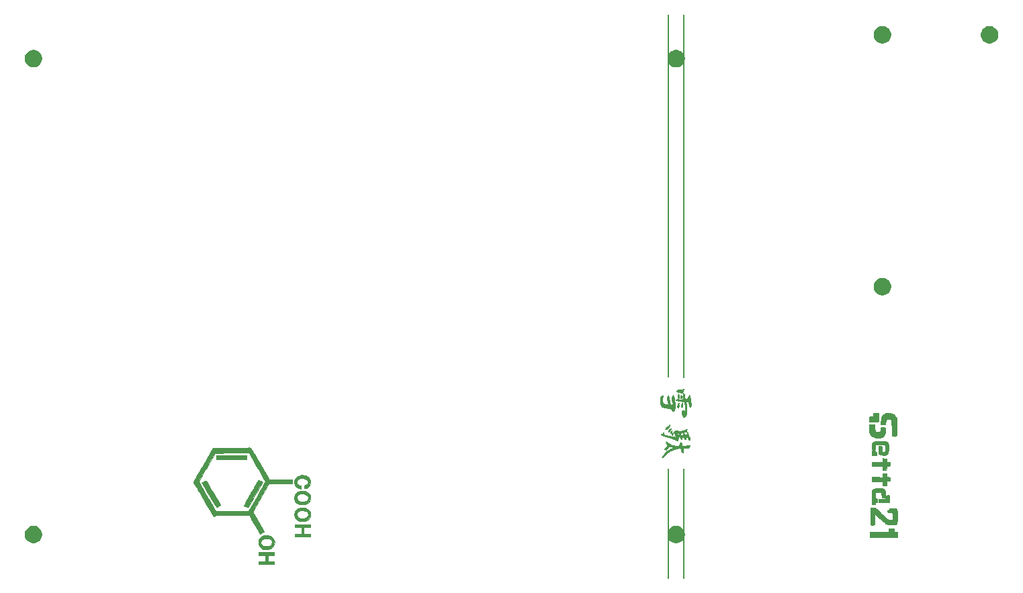
<source format=gbr>
G04 #@! TF.GenerationSoftware,KiCad,Pcbnew,(5.1.5)-3*
G04 #@! TF.CreationDate,2021-03-06T01:40:43+09:00*
G04 #@! TF.ProjectId,Setta21_Top,53657474-6132-4315-9f54-6f702e6b6963,rev?*
G04 #@! TF.SameCoordinates,Original*
G04 #@! TF.FileFunction,Soldermask,Top*
G04 #@! TF.FilePolarity,Negative*
%FSLAX46Y46*%
G04 Gerber Fmt 4.6, Leading zero omitted, Abs format (unit mm)*
G04 Created by KiCad (PCBNEW (5.1.5)-3) date 2021-03-06 01:40:43*
%MOMM*%
%LPD*%
G04 APERTURE LIST*
%ADD10C,0.200000*%
%ADD11C,0.010000*%
%ADD12C,0.100000*%
G04 APERTURE END LIST*
D10*
X149000000Y-129500000D02*
X149000000Y-115750000D01*
X151000000Y-129500000D02*
X151000000Y-115750000D01*
X151000000Y-104200000D02*
X151000000Y-58500000D01*
X149000000Y-104150000D02*
X149000000Y-58500000D01*
D11*
G36*
X176391678Y-110804789D02*
G01*
X176375391Y-110973494D01*
X176347049Y-111145219D01*
X176310039Y-111298290D01*
X176279045Y-111386852D01*
X176199903Y-111519609D01*
X176088118Y-111640325D01*
X175960138Y-111733736D01*
X175856836Y-111778637D01*
X175734749Y-111801534D01*
X175579074Y-111813935D01*
X175408099Y-111816083D01*
X175240112Y-111808222D01*
X175093400Y-111790596D01*
X174996337Y-111767174D01*
X174790174Y-111670315D01*
X174616215Y-111538008D01*
X174481066Y-111377281D01*
X174391336Y-111195159D01*
X174365136Y-111096011D01*
X174355577Y-111019570D01*
X174347936Y-110908477D01*
X174342320Y-110774257D01*
X174338837Y-110628432D01*
X174337593Y-110482526D01*
X174338695Y-110348061D01*
X174342252Y-110236562D01*
X174348369Y-110159552D01*
X174356148Y-110129259D01*
X174390374Y-110121710D01*
X174468830Y-110115606D01*
X174579304Y-110111633D01*
X174690674Y-110110444D01*
X175006384Y-110110444D01*
X175024637Y-110326369D01*
X175034047Y-110462617D01*
X175040638Y-110605638D01*
X175042889Y-110715200D01*
X175061159Y-110871202D01*
X175117035Y-110985347D01*
X175212119Y-111059250D01*
X175348009Y-111094523D01*
X175422902Y-111098222D01*
X175515167Y-111090312D01*
X175587146Y-111058740D01*
X175654583Y-111003953D01*
X175711410Y-110946233D01*
X175745837Y-110889794D01*
X175766634Y-110814650D01*
X175780699Y-110716555D01*
X175795325Y-110616687D01*
X175811401Y-110539841D01*
X175825472Y-110502515D01*
X175825586Y-110502402D01*
X175861477Y-110495203D01*
X175940054Y-110493178D01*
X176047786Y-110496413D01*
X176115333Y-110500521D01*
X176383444Y-110519666D01*
X176392523Y-110660777D01*
X176391678Y-110804789D01*
G37*
X176391678Y-110804789D02*
X176375391Y-110973494D01*
X176347049Y-111145219D01*
X176310039Y-111298290D01*
X176279045Y-111386852D01*
X176199903Y-111519609D01*
X176088118Y-111640325D01*
X175960138Y-111733736D01*
X175856836Y-111778637D01*
X175734749Y-111801534D01*
X175579074Y-111813935D01*
X175408099Y-111816083D01*
X175240112Y-111808222D01*
X175093400Y-111790596D01*
X174996337Y-111767174D01*
X174790174Y-111670315D01*
X174616215Y-111538008D01*
X174481066Y-111377281D01*
X174391336Y-111195159D01*
X174365136Y-111096011D01*
X174355577Y-111019570D01*
X174347936Y-110908477D01*
X174342320Y-110774257D01*
X174338837Y-110628432D01*
X174337593Y-110482526D01*
X174338695Y-110348061D01*
X174342252Y-110236562D01*
X174348369Y-110159552D01*
X174356148Y-110129259D01*
X174390374Y-110121710D01*
X174468830Y-110115606D01*
X174579304Y-110111633D01*
X174690674Y-110110444D01*
X175006384Y-110110444D01*
X175024637Y-110326369D01*
X175034047Y-110462617D01*
X175040638Y-110605638D01*
X175042889Y-110715200D01*
X175061159Y-110871202D01*
X175117035Y-110985347D01*
X175212119Y-111059250D01*
X175348009Y-111094523D01*
X175422902Y-111098222D01*
X175515167Y-111090312D01*
X175587146Y-111058740D01*
X175654583Y-111003953D01*
X175711410Y-110946233D01*
X175745837Y-110889794D01*
X175766634Y-110814650D01*
X175780699Y-110716555D01*
X175795325Y-110616687D01*
X175811401Y-110539841D01*
X175825472Y-110502515D01*
X175825586Y-110502402D01*
X175861477Y-110495203D01*
X175940054Y-110493178D01*
X176047786Y-110496413D01*
X176115333Y-110500521D01*
X176383444Y-110519666D01*
X176392523Y-110660777D01*
X176391678Y-110804789D01*
G36*
X175521235Y-109395058D02*
G01*
X175516783Y-109550846D01*
X175509076Y-109657889D01*
X175497881Y-109720000D01*
X175488800Y-109737911D01*
X175454440Y-109751084D01*
X175378675Y-109760823D01*
X175257572Y-109767357D01*
X175087201Y-109770917D01*
X174910245Y-109771777D01*
X174365556Y-109771777D01*
X174365556Y-109466037D01*
X174367196Y-109339889D01*
X174371637Y-109235374D01*
X174378157Y-109164931D01*
X174384370Y-109141481D01*
X174421562Y-109130381D01*
X174494506Y-109123624D01*
X174537755Y-109122666D01*
X174635315Y-109116951D01*
X174720587Y-109102592D01*
X174743402Y-109095643D01*
X174781572Y-109076169D01*
X174803983Y-109044507D01*
X174815851Y-108986295D01*
X174822395Y-108887166D01*
X174822850Y-108876921D01*
X174831222Y-108685222D01*
X175176944Y-108677298D01*
X175522667Y-108669373D01*
X175522667Y-109186709D01*
X175521235Y-109395058D01*
G37*
X175521235Y-109395058D02*
X175516783Y-109550846D01*
X175509076Y-109657889D01*
X175497881Y-109720000D01*
X175488800Y-109737911D01*
X175454440Y-109751084D01*
X175378675Y-109760823D01*
X175257572Y-109767357D01*
X175087201Y-109770917D01*
X174910245Y-109771777D01*
X174365556Y-109771777D01*
X174365556Y-109466037D01*
X174367196Y-109339889D01*
X174371637Y-109235374D01*
X174378157Y-109164931D01*
X174384370Y-109141481D01*
X174421562Y-109130381D01*
X174494506Y-109123624D01*
X174537755Y-109122666D01*
X174635315Y-109116951D01*
X174720587Y-109102592D01*
X174743402Y-109095643D01*
X174781572Y-109076169D01*
X174803983Y-109044507D01*
X174815851Y-108986295D01*
X174822395Y-108887166D01*
X174822850Y-108876921D01*
X174831222Y-108685222D01*
X175176944Y-108677298D01*
X175522667Y-108669373D01*
X175522667Y-109186709D01*
X175521235Y-109395058D01*
G36*
X177893164Y-123777055D02*
G01*
X177890879Y-123849077D01*
X177884986Y-123956415D01*
X177876663Y-124078145D01*
X177874870Y-124101611D01*
X177856745Y-124334444D01*
X174704222Y-124334444D01*
X174704222Y-124223221D01*
X174697662Y-124148073D01*
X174681368Y-124099904D01*
X174676000Y-124094555D01*
X174658102Y-124107983D01*
X174648705Y-124169477D01*
X174647778Y-124206664D01*
X174638047Y-124302782D01*
X174604126Y-124351704D01*
X174538918Y-124360029D01*
X174492493Y-124351061D01*
X174462245Y-124341688D01*
X174442188Y-124324895D01*
X174430228Y-124290536D01*
X174424272Y-124228461D01*
X174422227Y-124128525D01*
X174422000Y-124009351D01*
X174422000Y-123685333D01*
X174965278Y-123685268D01*
X174972333Y-123685235D01*
X174972333Y-123826444D01*
X174934917Y-123849035D01*
X174930000Y-123868777D01*
X174952591Y-123906194D01*
X174972333Y-123911111D01*
X174972333Y-124136889D01*
X174937209Y-124151208D01*
X174935409Y-124167227D01*
X174964545Y-124196386D01*
X174972333Y-124197566D01*
X175005425Y-124175595D01*
X175009257Y-124167227D01*
X174995634Y-124141493D01*
X174972333Y-124136889D01*
X174972333Y-123911111D01*
X175009750Y-123888520D01*
X175014667Y-123868777D01*
X174992076Y-123831361D01*
X174972333Y-123826444D01*
X174972333Y-123685235D01*
X175167502Y-123684320D01*
X175406678Y-123681720D01*
X175663347Y-123677770D01*
X175918051Y-123672771D01*
X176151332Y-123667025D01*
X176163576Y-123666682D01*
X176818597Y-123648160D01*
X176826798Y-123448024D01*
X176835000Y-123247889D01*
X177138389Y-123239878D01*
X177441778Y-123231868D01*
X177441778Y-123402156D01*
X177450939Y-123532204D01*
X177484199Y-123616652D01*
X177550222Y-123664193D01*
X177657671Y-123683522D01*
X177724000Y-123685333D01*
X177893333Y-123685333D01*
X177893164Y-123777055D01*
G37*
X177893164Y-123777055D02*
X177890879Y-123849077D01*
X177884986Y-123956415D01*
X177876663Y-124078145D01*
X177874870Y-124101611D01*
X177856745Y-124334444D01*
X174704222Y-124334444D01*
X174704222Y-124223221D01*
X174697662Y-124148073D01*
X174681368Y-124099904D01*
X174676000Y-124094555D01*
X174658102Y-124107983D01*
X174648705Y-124169477D01*
X174647778Y-124206664D01*
X174638047Y-124302782D01*
X174604126Y-124351704D01*
X174538918Y-124360029D01*
X174492493Y-124351061D01*
X174462245Y-124341688D01*
X174442188Y-124324895D01*
X174430228Y-124290536D01*
X174424272Y-124228461D01*
X174422227Y-124128525D01*
X174422000Y-124009351D01*
X174422000Y-123685333D01*
X174965278Y-123685268D01*
X174972333Y-123685235D01*
X174972333Y-123826444D01*
X174934917Y-123849035D01*
X174930000Y-123868777D01*
X174952591Y-123906194D01*
X174972333Y-123911111D01*
X174972333Y-124136889D01*
X174937209Y-124151208D01*
X174935409Y-124167227D01*
X174964545Y-124196386D01*
X174972333Y-124197566D01*
X175005425Y-124175595D01*
X175009257Y-124167227D01*
X174995634Y-124141493D01*
X174972333Y-124136889D01*
X174972333Y-123911111D01*
X175009750Y-123888520D01*
X175014667Y-123868777D01*
X174992076Y-123831361D01*
X174972333Y-123826444D01*
X174972333Y-123685235D01*
X175167502Y-123684320D01*
X175406678Y-123681720D01*
X175663347Y-123677770D01*
X175918051Y-123672771D01*
X176151332Y-123667025D01*
X176163576Y-123666682D01*
X176818597Y-123648160D01*
X176826798Y-123448024D01*
X176835000Y-123247889D01*
X177138389Y-123239878D01*
X177441778Y-123231868D01*
X177441778Y-123402156D01*
X177450939Y-123532204D01*
X177484199Y-123616652D01*
X177550222Y-123664193D01*
X177657671Y-123683522D01*
X177724000Y-123685333D01*
X177893333Y-123685333D01*
X177893164Y-123777055D01*
G36*
X177864590Y-121723889D02*
G01*
X177864193Y-121971226D01*
X177862480Y-122168546D01*
X177858343Y-122322273D01*
X177850674Y-122438834D01*
X177838363Y-122524655D01*
X177820304Y-122586160D01*
X177795388Y-122629778D01*
X177762506Y-122661932D01*
X177720551Y-122689049D01*
X177695778Y-122702752D01*
X177656671Y-122721625D01*
X177613813Y-122734919D01*
X177558079Y-122743145D01*
X177480343Y-122746812D01*
X177371480Y-122746428D01*
X177222364Y-122742504D01*
X177074889Y-122737410D01*
X176905404Y-122729875D01*
X176752609Y-122720449D01*
X176626594Y-122709964D01*
X176537450Y-122699250D01*
X176496333Y-122689734D01*
X176469175Y-122674680D01*
X176437698Y-122653952D01*
X176397206Y-122623558D01*
X176343003Y-122579506D01*
X176270392Y-122517804D01*
X176174678Y-122434459D01*
X176051165Y-122325479D01*
X175895156Y-122186872D01*
X175701954Y-122014645D01*
X175696799Y-122010045D01*
X175544172Y-121874281D01*
X175404200Y-121750568D01*
X175282721Y-121644002D01*
X175185574Y-121559681D01*
X175118597Y-121502701D01*
X175087629Y-121478159D01*
X175087321Y-121477979D01*
X175075005Y-121482443D01*
X175064844Y-121514755D01*
X175056367Y-121580385D01*
X175049100Y-121684802D01*
X175042570Y-121833475D01*
X175036305Y-122031874D01*
X175034862Y-122084727D01*
X175018123Y-122711607D01*
X174944266Y-122775137D01*
X174843503Y-122827565D01*
X174727311Y-122836123D01*
X174613142Y-122802819D01*
X174518448Y-122729660D01*
X174515183Y-122725777D01*
X174505383Y-122699208D01*
X174497384Y-122642753D01*
X174491046Y-122552229D01*
X174486229Y-122423450D01*
X174482792Y-122252233D01*
X174480593Y-122034392D01*
X174479493Y-121765745D01*
X174479342Y-121660389D01*
X174478444Y-120637333D01*
X174873556Y-120637333D01*
X174873556Y-122528222D01*
X174846153Y-122549698D01*
X174845333Y-122556444D01*
X174866810Y-122583846D01*
X174873556Y-122584666D01*
X174900958Y-122563190D01*
X174901778Y-122556444D01*
X174880301Y-122529042D01*
X174873556Y-122528222D01*
X174873556Y-120637333D01*
X175097449Y-120637333D01*
X175246558Y-120768518D01*
X175304680Y-120820955D01*
X175397299Y-120906126D01*
X175517907Y-121017972D01*
X175659998Y-121150436D01*
X175817063Y-121297461D01*
X175982597Y-121452990D01*
X176042431Y-121509351D01*
X176203813Y-121660817D01*
X176354230Y-121800745D01*
X176488201Y-121924136D01*
X176600247Y-122025986D01*
X176684886Y-122101295D01*
X176736639Y-122145060D01*
X176747987Y-122153277D01*
X176808057Y-122171079D01*
X176904871Y-122182936D01*
X177018969Y-122188111D01*
X177130893Y-122185869D01*
X177221183Y-122175475D01*
X177237167Y-122171767D01*
X177261810Y-122163143D01*
X177279068Y-122146775D01*
X177290241Y-122113787D01*
X177296633Y-122055303D01*
X177299544Y-121962448D01*
X177300276Y-121826345D01*
X177300235Y-121741764D01*
X177298378Y-121592161D01*
X177293566Y-121460886D01*
X177286450Y-121359162D01*
X177277681Y-121298213D01*
X177273899Y-121287831D01*
X177241573Y-121266128D01*
X177171521Y-121250432D01*
X177056435Y-121239469D01*
X176970942Y-121234980D01*
X176841676Y-121226366D01*
X176742216Y-121213667D01*
X176683436Y-121198480D01*
X176673154Y-121191259D01*
X176655940Y-121131679D01*
X176653404Y-121048145D01*
X176666152Y-120971364D01*
X176668686Y-120964197D01*
X176708363Y-120929879D01*
X176764008Y-120919555D01*
X176843990Y-120902775D01*
X176890890Y-120847308D01*
X176910114Y-120764333D01*
X176919667Y-120679666D01*
X177216000Y-120671511D01*
X177417509Y-120673216D01*
X177572035Y-120692288D01*
X177686950Y-120730878D01*
X177769627Y-120791138D01*
X177810950Y-120845191D01*
X177826887Y-120874988D01*
X177839347Y-120910532D01*
X177848751Y-120958694D01*
X177855517Y-121026345D01*
X177860065Y-121120358D01*
X177862815Y-121247602D01*
X177864186Y-121414951D01*
X177864597Y-121629275D01*
X177864590Y-121723889D01*
G37*
X177864590Y-121723889D02*
X177864193Y-121971226D01*
X177862480Y-122168546D01*
X177858343Y-122322273D01*
X177850674Y-122438834D01*
X177838363Y-122524655D01*
X177820304Y-122586160D01*
X177795388Y-122629778D01*
X177762506Y-122661932D01*
X177720551Y-122689049D01*
X177695778Y-122702752D01*
X177656671Y-122721625D01*
X177613813Y-122734919D01*
X177558079Y-122743145D01*
X177480343Y-122746812D01*
X177371480Y-122746428D01*
X177222364Y-122742504D01*
X177074889Y-122737410D01*
X176905404Y-122729875D01*
X176752609Y-122720449D01*
X176626594Y-122709964D01*
X176537450Y-122699250D01*
X176496333Y-122689734D01*
X176469175Y-122674680D01*
X176437698Y-122653952D01*
X176397206Y-122623558D01*
X176343003Y-122579506D01*
X176270392Y-122517804D01*
X176174678Y-122434459D01*
X176051165Y-122325479D01*
X175895156Y-122186872D01*
X175701954Y-122014645D01*
X175696799Y-122010045D01*
X175544172Y-121874281D01*
X175404200Y-121750568D01*
X175282721Y-121644002D01*
X175185574Y-121559681D01*
X175118597Y-121502701D01*
X175087629Y-121478159D01*
X175087321Y-121477979D01*
X175075005Y-121482443D01*
X175064844Y-121514755D01*
X175056367Y-121580385D01*
X175049100Y-121684802D01*
X175042570Y-121833475D01*
X175036305Y-122031874D01*
X175034862Y-122084727D01*
X175018123Y-122711607D01*
X174944266Y-122775137D01*
X174843503Y-122827565D01*
X174727311Y-122836123D01*
X174613142Y-122802819D01*
X174518448Y-122729660D01*
X174515183Y-122725777D01*
X174505383Y-122699208D01*
X174497384Y-122642753D01*
X174491046Y-122552229D01*
X174486229Y-122423450D01*
X174482792Y-122252233D01*
X174480593Y-122034392D01*
X174479493Y-121765745D01*
X174479342Y-121660389D01*
X174478444Y-120637333D01*
X174873556Y-120637333D01*
X174873556Y-122528222D01*
X174846153Y-122549698D01*
X174845333Y-122556444D01*
X174866810Y-122583846D01*
X174873556Y-122584666D01*
X174900958Y-122563190D01*
X174901778Y-122556444D01*
X174880301Y-122529042D01*
X174873556Y-122528222D01*
X174873556Y-120637333D01*
X175097449Y-120637333D01*
X175246558Y-120768518D01*
X175304680Y-120820955D01*
X175397299Y-120906126D01*
X175517907Y-121017972D01*
X175659998Y-121150436D01*
X175817063Y-121297461D01*
X175982597Y-121452990D01*
X176042431Y-121509351D01*
X176203813Y-121660817D01*
X176354230Y-121800745D01*
X176488201Y-121924136D01*
X176600247Y-122025986D01*
X176684886Y-122101295D01*
X176736639Y-122145060D01*
X176747987Y-122153277D01*
X176808057Y-122171079D01*
X176904871Y-122182936D01*
X177018969Y-122188111D01*
X177130893Y-122185869D01*
X177221183Y-122175475D01*
X177237167Y-122171767D01*
X177261810Y-122163143D01*
X177279068Y-122146775D01*
X177290241Y-122113787D01*
X177296633Y-122055303D01*
X177299544Y-121962448D01*
X177300276Y-121826345D01*
X177300235Y-121741764D01*
X177298378Y-121592161D01*
X177293566Y-121460886D01*
X177286450Y-121359162D01*
X177277681Y-121298213D01*
X177273899Y-121287831D01*
X177241573Y-121266128D01*
X177171521Y-121250432D01*
X177056435Y-121239469D01*
X176970942Y-121234980D01*
X176841676Y-121226366D01*
X176742216Y-121213667D01*
X176683436Y-121198480D01*
X176673154Y-121191259D01*
X176655940Y-121131679D01*
X176653404Y-121048145D01*
X176666152Y-120971364D01*
X176668686Y-120964197D01*
X176708363Y-120929879D01*
X176764008Y-120919555D01*
X176843990Y-120902775D01*
X176890890Y-120847308D01*
X176910114Y-120764333D01*
X176919667Y-120679666D01*
X177216000Y-120671511D01*
X177417509Y-120673216D01*
X177572035Y-120692288D01*
X177686950Y-120730878D01*
X177769627Y-120791138D01*
X177810950Y-120845191D01*
X177826887Y-120874988D01*
X177839347Y-120910532D01*
X177848751Y-120958694D01*
X177855517Y-121026345D01*
X177860065Y-121120358D01*
X177862815Y-121247602D01*
X177864186Y-121414951D01*
X177864597Y-121629275D01*
X177864590Y-121723889D01*
G36*
X176757934Y-113136738D02*
G01*
X176757668Y-113151413D01*
X176753645Y-113347452D01*
X176749164Y-113495315D01*
X176743371Y-113603265D01*
X176735409Y-113679569D01*
X176724425Y-113732492D01*
X176709562Y-113770301D01*
X176690504Y-113800524D01*
X176620316Y-113876772D01*
X176532703Y-113930323D01*
X176417736Y-113964321D01*
X176265490Y-113981912D01*
X176104091Y-113986303D01*
X175909480Y-113980611D01*
X175763243Y-113961067D01*
X175658552Y-113925592D01*
X175588578Y-113872105D01*
X175554799Y-113818978D01*
X175541725Y-113760237D01*
X175531720Y-113652265D01*
X175525227Y-113502215D01*
X175522686Y-113317239D01*
X175522667Y-113298227D01*
X175522667Y-112848000D01*
X175716931Y-112848000D01*
X175805411Y-112848864D01*
X175867444Y-112857132D01*
X175907737Y-112881312D01*
X175931000Y-112929916D01*
X175941943Y-113011453D01*
X175945275Y-113134435D01*
X175945615Y-113261258D01*
X175946888Y-113399461D01*
X175954426Y-113490862D01*
X175974475Y-113545102D01*
X176013278Y-113571824D01*
X176077081Y-113580670D01*
X176152919Y-113581345D01*
X176228175Y-113579286D01*
X176281881Y-113568241D01*
X176318013Y-113539946D01*
X176340550Y-113486134D01*
X176353468Y-113398543D01*
X176360743Y-113268906D01*
X176364836Y-113140952D01*
X176368744Y-112984327D01*
X176369160Y-112874491D01*
X176365184Y-112801848D01*
X176355917Y-112756802D01*
X176340460Y-112729756D01*
X176325019Y-112716061D01*
X176288993Y-112701499D01*
X176222624Y-112691221D01*
X176119385Y-112684819D01*
X175972753Y-112681887D01*
X175778328Y-112682005D01*
X175610477Y-112684112D01*
X175456829Y-112687852D01*
X175328571Y-112692811D01*
X175236894Y-112698580D01*
X175198111Y-112703348D01*
X175113444Y-112721352D01*
X175085222Y-113229000D01*
X174661889Y-113229000D01*
X174655002Y-112918555D01*
X174653795Y-112765189D01*
X174658952Y-112655543D01*
X174671702Y-112577124D01*
X174693274Y-112517441D01*
X174694767Y-112514402D01*
X174744554Y-112433006D01*
X174808368Y-112367555D01*
X174892062Y-112316646D01*
X175001488Y-112278877D01*
X175142498Y-112252845D01*
X175320943Y-112237149D01*
X175542677Y-112230385D01*
X175813551Y-112231152D01*
X175872956Y-112232066D01*
X176061415Y-112235616D01*
X176202783Y-112239702D01*
X176306411Y-112245444D01*
X176381649Y-112253966D01*
X176437849Y-112266389D01*
X176484359Y-112283834D01*
X176530532Y-112307424D01*
X176538667Y-112311929D01*
X176610427Y-112355121D01*
X176665465Y-112399905D01*
X176705807Y-112454043D01*
X176733476Y-112525299D01*
X176750498Y-112621434D01*
X176758899Y-112750210D01*
X176760703Y-112919391D01*
X176757934Y-113136738D01*
G37*
X176757934Y-113136738D02*
X176757668Y-113151413D01*
X176753645Y-113347452D01*
X176749164Y-113495315D01*
X176743371Y-113603265D01*
X176735409Y-113679569D01*
X176724425Y-113732492D01*
X176709562Y-113770301D01*
X176690504Y-113800524D01*
X176620316Y-113876772D01*
X176532703Y-113930323D01*
X176417736Y-113964321D01*
X176265490Y-113981912D01*
X176104091Y-113986303D01*
X175909480Y-113980611D01*
X175763243Y-113961067D01*
X175658552Y-113925592D01*
X175588578Y-113872105D01*
X175554799Y-113818978D01*
X175541725Y-113760237D01*
X175531720Y-113652265D01*
X175525227Y-113502215D01*
X175522686Y-113317239D01*
X175522667Y-113298227D01*
X175522667Y-112848000D01*
X175716931Y-112848000D01*
X175805411Y-112848864D01*
X175867444Y-112857132D01*
X175907737Y-112881312D01*
X175931000Y-112929916D01*
X175941943Y-113011453D01*
X175945275Y-113134435D01*
X175945615Y-113261258D01*
X175946888Y-113399461D01*
X175954426Y-113490862D01*
X175974475Y-113545102D01*
X176013278Y-113571824D01*
X176077081Y-113580670D01*
X176152919Y-113581345D01*
X176228175Y-113579286D01*
X176281881Y-113568241D01*
X176318013Y-113539946D01*
X176340550Y-113486134D01*
X176353468Y-113398543D01*
X176360743Y-113268906D01*
X176364836Y-113140952D01*
X176368744Y-112984327D01*
X176369160Y-112874491D01*
X176365184Y-112801848D01*
X176355917Y-112756802D01*
X176340460Y-112729756D01*
X176325019Y-112716061D01*
X176288993Y-112701499D01*
X176222624Y-112691221D01*
X176119385Y-112684819D01*
X175972753Y-112681887D01*
X175778328Y-112682005D01*
X175610477Y-112684112D01*
X175456829Y-112687852D01*
X175328571Y-112692811D01*
X175236894Y-112698580D01*
X175198111Y-112703348D01*
X175113444Y-112721352D01*
X175085222Y-113229000D01*
X174661889Y-113229000D01*
X174655002Y-112918555D01*
X174653795Y-112765189D01*
X174658952Y-112655543D01*
X174671702Y-112577124D01*
X174693274Y-112517441D01*
X174694767Y-112514402D01*
X174744554Y-112433006D01*
X174808368Y-112367555D01*
X174892062Y-112316646D01*
X175001488Y-112278877D01*
X175142498Y-112252845D01*
X175320943Y-112237149D01*
X175542677Y-112230385D01*
X175813551Y-112231152D01*
X175872956Y-112232066D01*
X176061415Y-112235616D01*
X176202783Y-112239702D01*
X176306411Y-112245444D01*
X176381649Y-112253966D01*
X176437849Y-112266389D01*
X176484359Y-112283834D01*
X176530532Y-112307424D01*
X176538667Y-112311929D01*
X176610427Y-112355121D01*
X176665465Y-112399905D01*
X176705807Y-112454043D01*
X176733476Y-112525299D01*
X176750498Y-112621434D01*
X176758899Y-112750210D01*
X176760703Y-112919391D01*
X176757934Y-113136738D01*
G36*
X175018211Y-114005111D02*
G01*
X174893723Y-114003457D01*
X174787584Y-113999008D01*
X174714432Y-113992533D01*
X174692419Y-113987980D01*
X174671693Y-113970547D01*
X174658346Y-113930731D01*
X174650934Y-113858595D01*
X174648013Y-113744199D01*
X174647778Y-113680824D01*
X174647778Y-113390797D01*
X174824841Y-113371836D01*
X174951294Y-113362644D01*
X175032808Y-113370214D01*
X175079378Y-113398343D01*
X175100999Y-113450830D01*
X175104780Y-113478223D01*
X175120619Y-113543742D01*
X175162961Y-113573904D01*
X175198111Y-113581845D01*
X175241837Y-113591525D01*
X175267712Y-113610641D01*
X175281239Y-113652151D01*
X175287924Y-113729014D01*
X175291070Y-113800690D01*
X175299362Y-114005111D01*
X175018211Y-114005111D01*
G37*
X175018211Y-114005111D02*
X174893723Y-114003457D01*
X174787584Y-113999008D01*
X174714432Y-113992533D01*
X174692419Y-113987980D01*
X174671693Y-113970547D01*
X174658346Y-113930731D01*
X174650934Y-113858595D01*
X174648013Y-113744199D01*
X174647778Y-113680824D01*
X174647778Y-113390797D01*
X174824841Y-113371836D01*
X174951294Y-113362644D01*
X175032808Y-113370214D01*
X175079378Y-113398343D01*
X175100999Y-113450830D01*
X175104780Y-113478223D01*
X175120619Y-113543742D01*
X175162961Y-113573904D01*
X175198111Y-113581845D01*
X175241837Y-113591525D01*
X175267712Y-113610641D01*
X175281239Y-113652151D01*
X175287924Y-113729014D01*
X175291070Y-113800690D01*
X175299362Y-114005111D01*
X175018211Y-114005111D01*
G36*
X175974448Y-115067707D02*
G01*
X175969124Y-115165356D01*
X175968604Y-115176923D01*
X175960111Y-115373889D01*
X174661889Y-115373889D01*
X174653805Y-115115134D01*
X174652894Y-114999865D01*
X174657211Y-114907267D01*
X174665884Y-114850834D01*
X174671540Y-114840423D01*
X174706159Y-114836571D01*
X174788717Y-114834668D01*
X174910745Y-114834686D01*
X175063773Y-114836597D01*
X175239331Y-114840370D01*
X175322275Y-114842635D01*
X175532324Y-114848241D01*
X175692583Y-114853526D01*
X175809587Y-114861868D01*
X175889869Y-114876646D01*
X175939963Y-114901239D01*
X175966401Y-114939028D01*
X175975718Y-114993391D01*
X175974448Y-115067707D01*
G37*
X175974448Y-115067707D02*
X175969124Y-115165356D01*
X175968604Y-115176923D01*
X175960111Y-115373889D01*
X174661889Y-115373889D01*
X174653805Y-115115134D01*
X174652894Y-114999865D01*
X174657211Y-114907267D01*
X174665884Y-114850834D01*
X174671540Y-114840423D01*
X174706159Y-114836571D01*
X174788717Y-114834668D01*
X174910745Y-114834686D01*
X175063773Y-114836597D01*
X175239331Y-114840370D01*
X175322275Y-114842635D01*
X175532324Y-114848241D01*
X175692583Y-114853526D01*
X175809587Y-114861868D01*
X175889869Y-114876646D01*
X175939963Y-114901239D01*
X175966401Y-114939028D01*
X175975718Y-114993391D01*
X175974448Y-115067707D01*
G36*
X174661889Y-117293000D02*
G01*
X174653768Y-117031467D01*
X174651848Y-116899333D01*
X174656562Y-116814765D01*
X174668832Y-116769174D01*
X174683359Y-116755463D01*
X174721608Y-116752196D01*
X174807532Y-116751156D01*
X174932411Y-116752243D01*
X175087523Y-116755358D01*
X175264149Y-116760400D01*
X175340591Y-116762996D01*
X175960111Y-116785000D01*
X175960111Y-117293000D01*
X174661889Y-117293000D01*
G37*
X174661889Y-117293000D02*
X174653768Y-117031467D01*
X174651848Y-116899333D01*
X174656562Y-116814765D01*
X174668832Y-116769174D01*
X174683359Y-116755463D01*
X174721608Y-116752196D01*
X174807532Y-116751156D01*
X174932411Y-116752243D01*
X175087523Y-116755358D01*
X175264149Y-116760400D01*
X175340591Y-116762996D01*
X175960111Y-116785000D01*
X175960111Y-117293000D01*
X174661889Y-117293000D01*
G36*
X176150611Y-119333242D02*
G01*
X175931889Y-119325000D01*
X175903667Y-118647666D01*
X175540714Y-118639744D01*
X175359244Y-118638561D01*
X175230311Y-118644001D01*
X175155356Y-118655978D01*
X175139419Y-118663643D01*
X175120377Y-118700092D01*
X175106640Y-118776904D01*
X175097457Y-118899912D01*
X175093150Y-119024343D01*
X175085222Y-119353222D01*
X174890193Y-119361670D01*
X174769667Y-119362388D01*
X174698090Y-119351244D01*
X174671903Y-119333448D01*
X174663148Y-119292610D01*
X174655873Y-119207252D01*
X174650771Y-119089296D01*
X174648531Y-118950662D01*
X174648486Y-118929889D01*
X174649443Y-118773591D01*
X174653650Y-118660359D01*
X174662870Y-118576830D01*
X174678871Y-118509644D01*
X174703419Y-118445442D01*
X174716271Y-118417077D01*
X174763763Y-118330702D01*
X174813343Y-118264391D01*
X174841140Y-118240688D01*
X174890994Y-118229798D01*
X174993245Y-118221133D01*
X175143883Y-118214871D01*
X175338899Y-118211190D01*
X175530003Y-118210222D01*
X175734609Y-118210394D01*
X175890328Y-118211377D01*
X176004718Y-118213868D01*
X176085337Y-118218564D01*
X176139743Y-118226164D01*
X176175492Y-118237365D01*
X176200144Y-118252866D01*
X176221256Y-118273363D01*
X176221956Y-118274107D01*
X176277504Y-118343099D01*
X176317648Y-118420635D01*
X176344634Y-118516920D01*
X176360706Y-118642159D01*
X176368107Y-118806559D01*
X176369333Y-118944280D01*
X176369333Y-119341485D01*
X176150611Y-119333242D01*
G37*
X176150611Y-119333242D02*
X175931889Y-119325000D01*
X175903667Y-118647666D01*
X175540714Y-118639744D01*
X175359244Y-118638561D01*
X175230311Y-118644001D01*
X175155356Y-118655978D01*
X175139419Y-118663643D01*
X175120377Y-118700092D01*
X175106640Y-118776904D01*
X175097457Y-118899912D01*
X175093150Y-119024343D01*
X175085222Y-119353222D01*
X174890193Y-119361670D01*
X174769667Y-119362388D01*
X174698090Y-119351244D01*
X174671903Y-119333448D01*
X174663148Y-119292610D01*
X174655873Y-119207252D01*
X174650771Y-119089296D01*
X174648531Y-118950662D01*
X174648486Y-118929889D01*
X174649443Y-118773591D01*
X174653650Y-118660359D01*
X174662870Y-118576830D01*
X174678871Y-118509644D01*
X174703419Y-118445442D01*
X174716271Y-118417077D01*
X174763763Y-118330702D01*
X174813343Y-118264391D01*
X174841140Y-118240688D01*
X174890994Y-118229798D01*
X174993245Y-118221133D01*
X175143883Y-118214871D01*
X175338899Y-118211190D01*
X175530003Y-118210222D01*
X175734609Y-118210394D01*
X175890328Y-118211377D01*
X176004718Y-118213868D01*
X176085337Y-118218564D01*
X176139743Y-118226164D01*
X176175492Y-118237365D01*
X176200144Y-118252866D01*
X176221256Y-118273363D01*
X176221956Y-118274107D01*
X176277504Y-118343099D01*
X176317648Y-118420635D01*
X176344634Y-118516920D01*
X176360706Y-118642159D01*
X176368107Y-118806559D01*
X176369333Y-118944280D01*
X176369333Y-119341485D01*
X176150611Y-119333242D01*
G36*
X175246089Y-119931777D02*
G01*
X175148256Y-119944176D01*
X175093355Y-119987476D01*
X175072232Y-120070831D01*
X175071111Y-120106755D01*
X175071111Y-120214000D01*
X174647778Y-120214000D01*
X174647778Y-119851814D01*
X174649168Y-119714151D01*
X174652967Y-119597500D01*
X174658617Y-119513149D01*
X174665561Y-119472388D01*
X174666593Y-119470814D01*
X174705826Y-119459654D01*
X174786599Y-119453084D01*
X174894218Y-119450764D01*
X175013995Y-119452357D01*
X175131238Y-119457523D01*
X175231257Y-119465924D01*
X175299361Y-119477221D01*
X175319467Y-119485866D01*
X175337905Y-119532904D01*
X175349782Y-119623059D01*
X175353333Y-119725755D01*
X175353333Y-119931777D01*
X175246089Y-119931777D01*
G37*
X175246089Y-119931777D02*
X175148256Y-119944176D01*
X175093355Y-119987476D01*
X175072232Y-120070831D01*
X175071111Y-120106755D01*
X175071111Y-120214000D01*
X174647778Y-120214000D01*
X174647778Y-119851814D01*
X174649168Y-119714151D01*
X174652967Y-119597500D01*
X174658617Y-119513149D01*
X174665561Y-119472388D01*
X174666593Y-119470814D01*
X174705826Y-119459654D01*
X174786599Y-119453084D01*
X174894218Y-119450764D01*
X175013995Y-119452357D01*
X175131238Y-119457523D01*
X175231257Y-119465924D01*
X175299361Y-119477221D01*
X175319467Y-119485866D01*
X175337905Y-119532904D01*
X175349782Y-119623059D01*
X175353333Y-119725755D01*
X175353333Y-119931777D01*
X175246089Y-119931777D01*
G36*
X176905072Y-119375845D02*
G01*
X176900680Y-119520917D01*
X176900547Y-119524894D01*
X176894013Y-119679354D01*
X176885458Y-119787314D01*
X176873373Y-119858719D01*
X176856248Y-119903512D01*
X176839811Y-119925005D01*
X176818037Y-119941190D01*
X176784276Y-119953697D01*
X176731243Y-119963147D01*
X176651656Y-119970159D01*
X176538229Y-119975352D01*
X176383678Y-119979347D01*
X176180720Y-119982762D01*
X176156714Y-119983106D01*
X175522667Y-119992102D01*
X175522667Y-119508444D01*
X175910722Y-119505631D01*
X176094656Y-119503808D01*
X176230007Y-119499486D01*
X176324637Y-119489802D01*
X176386404Y-119471891D01*
X176423170Y-119442891D01*
X176442796Y-119399936D01*
X176453142Y-119340163D01*
X176456905Y-119306637D01*
X176474264Y-119187401D01*
X176496616Y-119118028D01*
X176526949Y-119091972D01*
X176553297Y-119095516D01*
X176594063Y-119086812D01*
X176606001Y-119069218D01*
X176645085Y-119034601D01*
X176711033Y-119032590D01*
X176786421Y-119060795D01*
X176839621Y-119101278D01*
X176869729Y-119133366D01*
X176889719Y-119165682D01*
X176901200Y-119209412D01*
X176905782Y-119275738D01*
X176905072Y-119375845D01*
G37*
X176905072Y-119375845D02*
X176900680Y-119520917D01*
X176900547Y-119524894D01*
X176894013Y-119679354D01*
X176885458Y-119787314D01*
X176873373Y-119858719D01*
X176856248Y-119903512D01*
X176839811Y-119925005D01*
X176818037Y-119941190D01*
X176784276Y-119953697D01*
X176731243Y-119963147D01*
X176651656Y-119970159D01*
X176538229Y-119975352D01*
X176383678Y-119979347D01*
X176180720Y-119982762D01*
X176156714Y-119983106D01*
X175522667Y-119992102D01*
X175522667Y-119508444D01*
X175910722Y-119505631D01*
X176094656Y-119503808D01*
X176230007Y-119499486D01*
X176324637Y-119489802D01*
X176386404Y-119471891D01*
X176423170Y-119442891D01*
X176442796Y-119399936D01*
X176453142Y-119340163D01*
X176456905Y-119306637D01*
X176474264Y-119187401D01*
X176496616Y-119118028D01*
X176526949Y-119091972D01*
X176553297Y-119095516D01*
X176594063Y-119086812D01*
X176606001Y-119069218D01*
X176645085Y-119034601D01*
X176711033Y-119032590D01*
X176786421Y-119060795D01*
X176839621Y-119101278D01*
X176869729Y-119133366D01*
X176889719Y-119165682D01*
X176901200Y-119209412D01*
X176905782Y-119275738D01*
X176905072Y-119375845D01*
G36*
X177833867Y-110286899D02*
G01*
X177833797Y-110322111D01*
X177832865Y-110609619D01*
X177831038Y-110846095D01*
X177827833Y-111036949D01*
X177822767Y-111187592D01*
X177815357Y-111303435D01*
X177805120Y-111389887D01*
X177791572Y-111452360D01*
X177774230Y-111496265D01*
X177752612Y-111527011D01*
X177726233Y-111550009D01*
X177724000Y-111551607D01*
X177621213Y-111609455D01*
X177541092Y-111619260D01*
X177482297Y-111586265D01*
X177440630Y-111555785D01*
X177420527Y-111571196D01*
X177386144Y-111602504D01*
X177329233Y-111598543D01*
X177269473Y-111561522D01*
X177261571Y-111553354D01*
X177247986Y-111532683D01*
X177236718Y-111499616D01*
X177227317Y-111448205D01*
X177219338Y-111372506D01*
X177212332Y-111266573D01*
X177205853Y-111124458D01*
X177199452Y-110940217D01*
X177192684Y-110707904D01*
X177189724Y-110598360D01*
X177182076Y-110322452D01*
X177174291Y-110097322D01*
X177164910Y-109917316D01*
X177152471Y-109776783D01*
X177135515Y-109670070D01*
X177112582Y-109591524D01*
X177082211Y-109535495D01*
X177042943Y-109496328D01*
X176993317Y-109468374D01*
X176931874Y-109445978D01*
X176888630Y-109432829D01*
X176809521Y-109414655D01*
X176743948Y-109418521D01*
X176663355Y-109447090D01*
X176643689Y-109455663D01*
X176546408Y-109512569D01*
X176478861Y-109589510D01*
X176435337Y-109697179D01*
X176410122Y-109846265D01*
X176405168Y-109902065D01*
X176389409Y-110110444D01*
X176287649Y-110110645D01*
X176204962Y-110113484D01*
X176092890Y-110120658D01*
X175995389Y-110128837D01*
X175804889Y-110146828D01*
X175808410Y-109881692D01*
X175812384Y-109744184D01*
X175819898Y-109609097D01*
X175829561Y-109499527D01*
X175833078Y-109472261D01*
X175877178Y-109262415D01*
X175943510Y-109096054D01*
X176036412Y-108963128D01*
X176066414Y-108931862D01*
X176183090Y-108834194D01*
X176307496Y-108768198D01*
X176455067Y-108727938D01*
X176641238Y-108707480D01*
X176651556Y-108706886D01*
X176932511Y-108712658D01*
X177180386Y-108762653D01*
X177394063Y-108856291D01*
X177432370Y-108885649D01*
X177432370Y-111333407D01*
X177415592Y-111337281D01*
X177413556Y-111352222D01*
X177423882Y-111375452D01*
X177432370Y-111371037D01*
X177435748Y-111337543D01*
X177432370Y-111333407D01*
X177432370Y-108885649D01*
X177572426Y-108992990D01*
X177639333Y-109077455D01*
X177639333Y-111098222D01*
X177611931Y-111119698D01*
X177611111Y-111126444D01*
X177632588Y-111153846D01*
X177639333Y-111154666D01*
X177666736Y-111133190D01*
X177667556Y-111126444D01*
X177646079Y-111099042D01*
X177639333Y-111098222D01*
X177639333Y-109077455D01*
X177714357Y-109172168D01*
X177778772Y-109293621D01*
X177794570Y-109331436D01*
X177807125Y-109371964D01*
X177816788Y-109421815D01*
X177823914Y-109487600D01*
X177828857Y-109575930D01*
X177831970Y-109693414D01*
X177833607Y-109846663D01*
X177834121Y-110042288D01*
X177833867Y-110286899D01*
G37*
X177833867Y-110286899D02*
X177833797Y-110322111D01*
X177832865Y-110609619D01*
X177831038Y-110846095D01*
X177827833Y-111036949D01*
X177822767Y-111187592D01*
X177815357Y-111303435D01*
X177805120Y-111389887D01*
X177791572Y-111452360D01*
X177774230Y-111496265D01*
X177752612Y-111527011D01*
X177726233Y-111550009D01*
X177724000Y-111551607D01*
X177621213Y-111609455D01*
X177541092Y-111619260D01*
X177482297Y-111586265D01*
X177440630Y-111555785D01*
X177420527Y-111571196D01*
X177386144Y-111602504D01*
X177329233Y-111598543D01*
X177269473Y-111561522D01*
X177261571Y-111553354D01*
X177247986Y-111532683D01*
X177236718Y-111499616D01*
X177227317Y-111448205D01*
X177219338Y-111372506D01*
X177212332Y-111266573D01*
X177205853Y-111124458D01*
X177199452Y-110940217D01*
X177192684Y-110707904D01*
X177189724Y-110598360D01*
X177182076Y-110322452D01*
X177174291Y-110097322D01*
X177164910Y-109917316D01*
X177152471Y-109776783D01*
X177135515Y-109670070D01*
X177112582Y-109591524D01*
X177082211Y-109535495D01*
X177042943Y-109496328D01*
X176993317Y-109468374D01*
X176931874Y-109445978D01*
X176888630Y-109432829D01*
X176809521Y-109414655D01*
X176743948Y-109418521D01*
X176663355Y-109447090D01*
X176643689Y-109455663D01*
X176546408Y-109512569D01*
X176478861Y-109589510D01*
X176435337Y-109697179D01*
X176410122Y-109846265D01*
X176405168Y-109902065D01*
X176389409Y-110110444D01*
X176287649Y-110110645D01*
X176204962Y-110113484D01*
X176092890Y-110120658D01*
X175995389Y-110128837D01*
X175804889Y-110146828D01*
X175808410Y-109881692D01*
X175812384Y-109744184D01*
X175819898Y-109609097D01*
X175829561Y-109499527D01*
X175833078Y-109472261D01*
X175877178Y-109262415D01*
X175943510Y-109096054D01*
X176036412Y-108963128D01*
X176066414Y-108931862D01*
X176183090Y-108834194D01*
X176307496Y-108768198D01*
X176455067Y-108727938D01*
X176641238Y-108707480D01*
X176651556Y-108706886D01*
X176932511Y-108712658D01*
X177180386Y-108762653D01*
X177394063Y-108856291D01*
X177432370Y-108885649D01*
X177432370Y-111333407D01*
X177415592Y-111337281D01*
X177413556Y-111352222D01*
X177423882Y-111375452D01*
X177432370Y-111371037D01*
X177435748Y-111337543D01*
X177432370Y-111333407D01*
X177432370Y-108885649D01*
X177572426Y-108992990D01*
X177639333Y-109077455D01*
X177639333Y-111098222D01*
X177611931Y-111119698D01*
X177611111Y-111126444D01*
X177632588Y-111153846D01*
X177639333Y-111154666D01*
X177666736Y-111133190D01*
X177667556Y-111126444D01*
X177646079Y-111099042D01*
X177639333Y-111098222D01*
X177639333Y-109077455D01*
X177714357Y-109172168D01*
X177778772Y-109293621D01*
X177794570Y-109331436D01*
X177807125Y-109371964D01*
X177816788Y-109421815D01*
X177823914Y-109487600D01*
X177828857Y-109575930D01*
X177831970Y-109693414D01*
X177833607Y-109846663D01*
X177834121Y-110042288D01*
X177833867Y-110286899D01*
G36*
X176961042Y-115212860D02*
G01*
X176953694Y-115284169D01*
X176931757Y-115332908D01*
X176887469Y-115363369D01*
X176813065Y-115379843D01*
X176700779Y-115386623D01*
X176542847Y-115388000D01*
X176030667Y-115388000D01*
X176030667Y-114398024D01*
X176277611Y-114406179D01*
X176524556Y-114414333D01*
X176532841Y-114618609D01*
X176543248Y-114743698D01*
X176568319Y-114822159D01*
X176617276Y-114863550D01*
X176699341Y-114877423D01*
X176781144Y-114875892D01*
X176867587Y-114877564D01*
X176921226Y-114900176D01*
X176949644Y-114953764D01*
X176960423Y-115048363D01*
X176961568Y-115114688D01*
X176961042Y-115212860D01*
G37*
X176961042Y-115212860D02*
X176953694Y-115284169D01*
X176931757Y-115332908D01*
X176887469Y-115363369D01*
X176813065Y-115379843D01*
X176700779Y-115386623D01*
X176542847Y-115388000D01*
X176030667Y-115388000D01*
X176030667Y-114398024D01*
X176277611Y-114406179D01*
X176524556Y-114414333D01*
X176532841Y-114618609D01*
X176543248Y-114743698D01*
X176568319Y-114822159D01*
X176617276Y-114863550D01*
X176699341Y-114877423D01*
X176781144Y-114875892D01*
X176867587Y-114877564D01*
X176921226Y-114900176D01*
X176949644Y-114953764D01*
X176960423Y-115048363D01*
X176961568Y-115114688D01*
X176961042Y-115212860D01*
G36*
X176504488Y-115663166D02*
G01*
X176496333Y-115910111D01*
X176044778Y-115910111D01*
X176036624Y-115663166D01*
X176028469Y-115416222D01*
X176512642Y-115416222D01*
X176504488Y-115663166D01*
G37*
X176504488Y-115663166D02*
X176496333Y-115910111D01*
X176044778Y-115910111D01*
X176036624Y-115663166D01*
X176028469Y-115416222D01*
X176512642Y-115416222D01*
X176504488Y-115663166D01*
G36*
X176960603Y-117129638D02*
G01*
X176951716Y-117209323D01*
X176944869Y-117234247D01*
X176931148Y-117251308D01*
X176899752Y-117263483D01*
X176842583Y-117271551D01*
X176751544Y-117276285D01*
X176618538Y-117278464D01*
X176479203Y-117278889D01*
X176030667Y-117278889D01*
X176030667Y-116319333D01*
X176538667Y-116319333D01*
X176538667Y-116527980D01*
X176541096Y-116645056D01*
X176555152Y-116716795D01*
X176590992Y-116754287D01*
X176658768Y-116768621D01*
X176761108Y-116770889D01*
X176847655Y-116777680D01*
X176912374Y-116794846D01*
X176928133Y-116804755D01*
X176944976Y-116848983D01*
X176956494Y-116930511D01*
X176961949Y-117030382D01*
X176960603Y-117129638D01*
G37*
X176960603Y-117129638D02*
X176951716Y-117209323D01*
X176944869Y-117234247D01*
X176931148Y-117251308D01*
X176899752Y-117263483D01*
X176842583Y-117271551D01*
X176751544Y-117276285D01*
X176618538Y-117278464D01*
X176479203Y-117278889D01*
X176030667Y-117278889D01*
X176030667Y-116319333D01*
X176538667Y-116319333D01*
X176538667Y-116527980D01*
X176541096Y-116645056D01*
X176555152Y-116716795D01*
X176590992Y-116754287D01*
X176658768Y-116768621D01*
X176761108Y-116770889D01*
X176847655Y-116777680D01*
X176912374Y-116794846D01*
X176928133Y-116804755D01*
X176944976Y-116848983D01*
X176956494Y-116930511D01*
X176961949Y-117030382D01*
X176960603Y-117129638D01*
G36*
X176030667Y-117815111D02*
G01*
X176030667Y-117335333D01*
X176510444Y-117335333D01*
X176510444Y-117815111D01*
X176030667Y-117815111D01*
G37*
X176030667Y-117815111D02*
X176030667Y-117335333D01*
X176510444Y-117335333D01*
X176510444Y-117815111D01*
X176030667Y-117815111D01*
G36*
X150814265Y-107783150D02*
G01*
X150808431Y-107854809D01*
X150797800Y-107908572D01*
X150784721Y-107934483D01*
X150762979Y-107950698D01*
X150738069Y-107949483D01*
X150696592Y-107929923D01*
X150693489Y-107928257D01*
X150630143Y-107894143D01*
X150631524Y-107765464D01*
X150635258Y-107691880D01*
X150643669Y-107625300D01*
X150654244Y-107582357D01*
X150688889Y-107504471D01*
X150722937Y-107446540D01*
X150752590Y-107414482D01*
X150764899Y-107410000D01*
X150781711Y-107426803D01*
X150795479Y-107472062D01*
X150805910Y-107538051D01*
X150812713Y-107617046D01*
X150815595Y-107701321D01*
X150814265Y-107783150D01*
G37*
X150814265Y-107783150D02*
X150808431Y-107854809D01*
X150797800Y-107908572D01*
X150784721Y-107934483D01*
X150762979Y-107950698D01*
X150738069Y-107949483D01*
X150696592Y-107929923D01*
X150693489Y-107928257D01*
X150630143Y-107894143D01*
X150631524Y-107765464D01*
X150635258Y-107691880D01*
X150643669Y-107625300D01*
X150654244Y-107582357D01*
X150688889Y-107504471D01*
X150722937Y-107446540D01*
X150752590Y-107414482D01*
X150764899Y-107410000D01*
X150781711Y-107426803D01*
X150795479Y-107472062D01*
X150805910Y-107538051D01*
X150812713Y-107617046D01*
X150815595Y-107701321D01*
X150814265Y-107783150D01*
G36*
X150695563Y-106794622D02*
G01*
X150686130Y-106813027D01*
X150673797Y-106823846D01*
X150623213Y-106847357D01*
X150583395Y-106836485D01*
X150554723Y-106791615D01*
X150537578Y-106713131D01*
X150534762Y-106683397D01*
X150531936Y-106611454D01*
X150538460Y-106557633D01*
X150557721Y-106504264D01*
X150576509Y-106465683D01*
X150626967Y-106366786D01*
X150646364Y-106416981D01*
X150657254Y-106457413D01*
X150669745Y-106522451D01*
X150681734Y-106600604D01*
X150686002Y-106633648D01*
X150694996Y-106712773D01*
X150698350Y-106763818D01*
X150695563Y-106794622D01*
G37*
X150695563Y-106794622D02*
X150686130Y-106813027D01*
X150673797Y-106823846D01*
X150623213Y-106847357D01*
X150583395Y-106836485D01*
X150554723Y-106791615D01*
X150537578Y-106713131D01*
X150534762Y-106683397D01*
X150531936Y-106611454D01*
X150538460Y-106557633D01*
X150557721Y-106504264D01*
X150576509Y-106465683D01*
X150626967Y-106366786D01*
X150646364Y-106416981D01*
X150657254Y-106457413D01*
X150669745Y-106522451D01*
X150681734Y-106600604D01*
X150686002Y-106633648D01*
X150694996Y-106712773D01*
X150698350Y-106763818D01*
X150695563Y-106794622D01*
G36*
X150367493Y-106801112D02*
G01*
X150348929Y-106811286D01*
X150324876Y-106796763D01*
X150321715Y-106784071D01*
X150309510Y-106759804D01*
X150299036Y-106756579D01*
X150265701Y-106748244D01*
X150240827Y-106720133D01*
X150220616Y-106666156D01*
X150207127Y-106609343D01*
X150182226Y-106490550D01*
X150244079Y-106367860D01*
X150274319Y-106310467D01*
X150298439Y-106269489D01*
X150312037Y-106252285D01*
X150313129Y-106252367D01*
X150318186Y-106272408D01*
X150326024Y-106320514D01*
X150335651Y-106388662D01*
X150346071Y-106468827D01*
X150356290Y-106552987D01*
X150365313Y-106633117D01*
X150372147Y-106701194D01*
X150375797Y-106749194D01*
X150376143Y-106760851D01*
X150367493Y-106801112D01*
G37*
X150367493Y-106801112D02*
X150348929Y-106811286D01*
X150324876Y-106796763D01*
X150321715Y-106784071D01*
X150309510Y-106759804D01*
X150299036Y-106756579D01*
X150265701Y-106748244D01*
X150240827Y-106720133D01*
X150220616Y-106666156D01*
X150207127Y-106609343D01*
X150182226Y-106490550D01*
X150244079Y-106367860D01*
X150274319Y-106310467D01*
X150298439Y-106269489D01*
X150312037Y-106252285D01*
X150313129Y-106252367D01*
X150318186Y-106272408D01*
X150326024Y-106320514D01*
X150335651Y-106388662D01*
X150346071Y-106468827D01*
X150356290Y-106552987D01*
X150365313Y-106633117D01*
X150372147Y-106701194D01*
X150375797Y-106749194D01*
X150376143Y-106760851D01*
X150367493Y-106801112D01*
G36*
X150349306Y-107477584D02*
G01*
X150339929Y-107500581D01*
X150331163Y-107543139D01*
X150333295Y-107612896D01*
X150337240Y-107646826D01*
X150343193Y-107744774D01*
X150335463Y-107837051D01*
X150315609Y-107913377D01*
X150289935Y-107958528D01*
X150251705Y-107978151D01*
X150203021Y-107976825D01*
X150161908Y-107956087D01*
X150154171Y-107946956D01*
X150141127Y-107901929D01*
X150141243Y-107832567D01*
X150153350Y-107747870D01*
X150176274Y-107656838D01*
X150201022Y-107586954D01*
X150231800Y-107515546D01*
X150255649Y-107472451D01*
X150276830Y-107451464D01*
X150297524Y-107446347D01*
X150332875Y-107437052D01*
X150345985Y-107423607D01*
X150353895Y-107418023D01*
X150356568Y-107433871D01*
X150349306Y-107477584D01*
G37*
X150349306Y-107477584D02*
X150339929Y-107500581D01*
X150331163Y-107543139D01*
X150333295Y-107612896D01*
X150337240Y-107646826D01*
X150343193Y-107744774D01*
X150335463Y-107837051D01*
X150315609Y-107913377D01*
X150289935Y-107958528D01*
X150251705Y-107978151D01*
X150203021Y-107976825D01*
X150161908Y-107956087D01*
X150154171Y-107946956D01*
X150141127Y-107901929D01*
X150141243Y-107832567D01*
X150153350Y-107747870D01*
X150176274Y-107656838D01*
X150201022Y-107586954D01*
X150231800Y-107515546D01*
X150255649Y-107472451D01*
X150276830Y-107451464D01*
X150297524Y-107446347D01*
X150332875Y-107437052D01*
X150345985Y-107423607D01*
X150353895Y-107418023D01*
X150356568Y-107433871D01*
X150349306Y-107477584D01*
G36*
X151874005Y-107700629D02*
G01*
X151867743Y-107785600D01*
X151857849Y-107857763D01*
X151844554Y-107909944D01*
X151828090Y-107934969D01*
X151823376Y-107936143D01*
X151802627Y-107928707D01*
X151768278Y-107903531D01*
X151717414Y-107859036D01*
X151685441Y-107835008D01*
X151666639Y-107827286D01*
X151658463Y-107810372D01*
X151646660Y-107763859D01*
X151632582Y-107694090D01*
X151617582Y-107607409D01*
X151611525Y-107568750D01*
X151596687Y-107472106D01*
X151583048Y-107384936D01*
X151571870Y-107315193D01*
X151564418Y-107270829D01*
X151563023Y-107263279D01*
X151557290Y-107241019D01*
X151545785Y-107227269D01*
X151521107Y-107220048D01*
X151475854Y-107217376D01*
X151402627Y-107217272D01*
X151391351Y-107217340D01*
X151319631Y-107218990D01*
X151264090Y-107222571D01*
X151232844Y-107227449D01*
X151228858Y-107230049D01*
X151231985Y-107253274D01*
X151239967Y-107299596D01*
X151245942Y-107331848D01*
X151265571Y-107455143D01*
X151283715Y-107607447D01*
X151299778Y-107781495D01*
X151313163Y-107970020D01*
X151323274Y-108165757D01*
X151329165Y-108345675D01*
X151338613Y-108755455D01*
X151229638Y-108959751D01*
X151182405Y-109046560D01*
X151146434Y-109106981D01*
X151116994Y-109147199D01*
X151089354Y-109173398D01*
X151058782Y-109191760D01*
X151048365Y-109196649D01*
X151001146Y-109215960D01*
X150970884Y-109219236D01*
X150942146Y-109206803D01*
X150930105Y-109199136D01*
X150897178Y-109169017D01*
X150884143Y-109140920D01*
X150875420Y-109111568D01*
X150853635Y-109064036D01*
X150825369Y-109010652D01*
X150797200Y-108963746D01*
X150775709Y-108935647D01*
X150773724Y-108934000D01*
X150761402Y-108910622D01*
X150745895Y-108862097D01*
X150729744Y-108799111D01*
X150715490Y-108732347D01*
X150705673Y-108672491D01*
X150702715Y-108635393D01*
X150710100Y-108576851D01*
X150728067Y-108515037D01*
X150729929Y-108510441D01*
X150748233Y-108454109D01*
X150757011Y-108402473D01*
X150757143Y-108397427D01*
X150761767Y-108364029D01*
X150779850Y-108359220D01*
X150788893Y-108362328D01*
X150827691Y-108372878D01*
X150887232Y-108383724D01*
X150956302Y-108393473D01*
X151023685Y-108400732D01*
X151078164Y-108404109D01*
X151108523Y-108402211D01*
X151108930Y-108402063D01*
X151126853Y-108386993D01*
X151138661Y-108355135D01*
X151144682Y-108302237D01*
X151145246Y-108224047D01*
X151140685Y-108116315D01*
X151136432Y-108047741D01*
X151109803Y-107770160D01*
X151068644Y-107512055D01*
X151035212Y-107360919D01*
X151007140Y-107248337D01*
X150932034Y-107239100D01*
X150870329Y-107231921D01*
X150793867Y-107223568D01*
X150748072Y-107218799D01*
X150693908Y-107212170D01*
X150612377Y-107200771D01*
X150511894Y-107185845D01*
X150400875Y-107168635D01*
X150313784Y-107154653D01*
X150209038Y-107137694D01*
X150116654Y-107122977D01*
X150042601Y-107111433D01*
X149992843Y-107103992D01*
X149973606Y-107101571D01*
X149959833Y-107089405D01*
X149971167Y-107056197D01*
X149976081Y-107048009D01*
X149986484Y-107018649D01*
X149984708Y-107008650D01*
X149994822Y-106995614D01*
X150029871Y-106978894D01*
X150044869Y-106973669D01*
X150094943Y-106954919D01*
X150131529Y-106936665D01*
X150135844Y-106933622D01*
X150170365Y-106924520D01*
X150233778Y-106925746D01*
X150320324Y-106936858D01*
X150412429Y-106954772D01*
X150457800Y-106960474D01*
X150523537Y-106963390D01*
X150601715Y-106963807D01*
X150684411Y-106962008D01*
X150763700Y-106958280D01*
X150831659Y-106952907D01*
X150880364Y-106946175D01*
X150901891Y-106938370D01*
X150902286Y-106937138D01*
X150897882Y-106914723D01*
X150886030Y-106865574D01*
X150868774Y-106797979D01*
X150856402Y-106750985D01*
X150810518Y-106578593D01*
X150855922Y-106511686D01*
X150899707Y-106432238D01*
X150913206Y-106361658D01*
X150897159Y-106289998D01*
X150875685Y-106245944D01*
X150825224Y-106169856D01*
X150774069Y-106126247D01*
X150715877Y-106111750D01*
X150644303Y-106123000D01*
X150644058Y-106123070D01*
X150594689Y-106129439D01*
X150535292Y-106119624D01*
X150486096Y-106104142D01*
X150417605Y-106081884D01*
X150331468Y-106056241D01*
X150245290Y-106032435D01*
X150237824Y-106030481D01*
X150160323Y-106008372D01*
X150111133Y-105988625D01*
X150082778Y-105967593D01*
X150070770Y-105948960D01*
X150063146Y-105924786D01*
X150068323Y-105902128D01*
X150090924Y-105873598D01*
X150135577Y-105831807D01*
X150154644Y-105814984D01*
X150250692Y-105742493D01*
X150337951Y-105702873D01*
X150420453Y-105695055D01*
X150502234Y-105717965D01*
X150508608Y-105720968D01*
X150614535Y-105755012D01*
X150720408Y-105757279D01*
X150818429Y-105728068D01*
X150853660Y-105707659D01*
X150914848Y-105666920D01*
X150949746Y-105646887D01*
X150961835Y-105647518D01*
X150954594Y-105668769D01*
X150933742Y-105706687D01*
X150903706Y-105767207D01*
X150871553Y-105844220D01*
X150848501Y-105908487D01*
X150808741Y-106030759D01*
X150919014Y-106164072D01*
X150970182Y-106226850D01*
X151002419Y-106271544D01*
X151020098Y-106307886D01*
X151027589Y-106345605D01*
X151029264Y-106394432D01*
X151029286Y-106409528D01*
X151035715Y-106492822D01*
X151056070Y-106592235D01*
X151091951Y-106715484D01*
X151094215Y-106722515D01*
X151122579Y-106808509D01*
X151143441Y-106865263D01*
X151159810Y-106898265D01*
X151174696Y-106913006D01*
X151191107Y-106914973D01*
X151198852Y-106913393D01*
X151238887Y-106904050D01*
X151298288Y-106890946D01*
X151338030Y-106882452D01*
X151411612Y-106863985D01*
X151455775Y-106843512D01*
X151477272Y-106816144D01*
X151482858Y-106777605D01*
X151490648Y-106735292D01*
X151511267Y-106675900D01*
X151540585Y-106607712D01*
X151574474Y-106539009D01*
X151608804Y-106478072D01*
X151639447Y-106433183D01*
X151662274Y-106412623D01*
X151665067Y-106412143D01*
X151686315Y-106429082D01*
X151708899Y-106475341D01*
X151731121Y-106544081D01*
X151751283Y-106628462D01*
X151767686Y-106721645D01*
X151778633Y-106816792D01*
X151782209Y-106883857D01*
X151787946Y-107021550D01*
X151798322Y-107141478D01*
X151812653Y-107238559D01*
X151830258Y-107307710D01*
X151842751Y-107334690D01*
X151858113Y-107376111D01*
X151868689Y-107440589D01*
X151874709Y-107520950D01*
X151876404Y-107610021D01*
X151874005Y-107700629D01*
G37*
X151874005Y-107700629D02*
X151867743Y-107785600D01*
X151857849Y-107857763D01*
X151844554Y-107909944D01*
X151828090Y-107934969D01*
X151823376Y-107936143D01*
X151802627Y-107928707D01*
X151768278Y-107903531D01*
X151717414Y-107859036D01*
X151685441Y-107835008D01*
X151666639Y-107827286D01*
X151658463Y-107810372D01*
X151646660Y-107763859D01*
X151632582Y-107694090D01*
X151617582Y-107607409D01*
X151611525Y-107568750D01*
X151596687Y-107472106D01*
X151583048Y-107384936D01*
X151571870Y-107315193D01*
X151564418Y-107270829D01*
X151563023Y-107263279D01*
X151557290Y-107241019D01*
X151545785Y-107227269D01*
X151521107Y-107220048D01*
X151475854Y-107217376D01*
X151402627Y-107217272D01*
X151391351Y-107217340D01*
X151319631Y-107218990D01*
X151264090Y-107222571D01*
X151232844Y-107227449D01*
X151228858Y-107230049D01*
X151231985Y-107253274D01*
X151239967Y-107299596D01*
X151245942Y-107331848D01*
X151265571Y-107455143D01*
X151283715Y-107607447D01*
X151299778Y-107781495D01*
X151313163Y-107970020D01*
X151323274Y-108165757D01*
X151329165Y-108345675D01*
X151338613Y-108755455D01*
X151229638Y-108959751D01*
X151182405Y-109046560D01*
X151146434Y-109106981D01*
X151116994Y-109147199D01*
X151089354Y-109173398D01*
X151058782Y-109191760D01*
X151048365Y-109196649D01*
X151001146Y-109215960D01*
X150970884Y-109219236D01*
X150942146Y-109206803D01*
X150930105Y-109199136D01*
X150897178Y-109169017D01*
X150884143Y-109140920D01*
X150875420Y-109111568D01*
X150853635Y-109064036D01*
X150825369Y-109010652D01*
X150797200Y-108963746D01*
X150775709Y-108935647D01*
X150773724Y-108934000D01*
X150761402Y-108910622D01*
X150745895Y-108862097D01*
X150729744Y-108799111D01*
X150715490Y-108732347D01*
X150705673Y-108672491D01*
X150702715Y-108635393D01*
X150710100Y-108576851D01*
X150728067Y-108515037D01*
X150729929Y-108510441D01*
X150748233Y-108454109D01*
X150757011Y-108402473D01*
X150757143Y-108397427D01*
X150761767Y-108364029D01*
X150779850Y-108359220D01*
X150788893Y-108362328D01*
X150827691Y-108372878D01*
X150887232Y-108383724D01*
X150956302Y-108393473D01*
X151023685Y-108400732D01*
X151078164Y-108404109D01*
X151108523Y-108402211D01*
X151108930Y-108402063D01*
X151126853Y-108386993D01*
X151138661Y-108355135D01*
X151144682Y-108302237D01*
X151145246Y-108224047D01*
X151140685Y-108116315D01*
X151136432Y-108047741D01*
X151109803Y-107770160D01*
X151068644Y-107512055D01*
X151035212Y-107360919D01*
X151007140Y-107248337D01*
X150932034Y-107239100D01*
X150870329Y-107231921D01*
X150793867Y-107223568D01*
X150748072Y-107218799D01*
X150693908Y-107212170D01*
X150612377Y-107200771D01*
X150511894Y-107185845D01*
X150400875Y-107168635D01*
X150313784Y-107154653D01*
X150209038Y-107137694D01*
X150116654Y-107122977D01*
X150042601Y-107111433D01*
X149992843Y-107103992D01*
X149973606Y-107101571D01*
X149959833Y-107089405D01*
X149971167Y-107056197D01*
X149976081Y-107048009D01*
X149986484Y-107018649D01*
X149984708Y-107008650D01*
X149994822Y-106995614D01*
X150029871Y-106978894D01*
X150044869Y-106973669D01*
X150094943Y-106954919D01*
X150131529Y-106936665D01*
X150135844Y-106933622D01*
X150170365Y-106924520D01*
X150233778Y-106925746D01*
X150320324Y-106936858D01*
X150412429Y-106954772D01*
X150457800Y-106960474D01*
X150523537Y-106963390D01*
X150601715Y-106963807D01*
X150684411Y-106962008D01*
X150763700Y-106958280D01*
X150831659Y-106952907D01*
X150880364Y-106946175D01*
X150901891Y-106938370D01*
X150902286Y-106937138D01*
X150897882Y-106914723D01*
X150886030Y-106865574D01*
X150868774Y-106797979D01*
X150856402Y-106750985D01*
X150810518Y-106578593D01*
X150855922Y-106511686D01*
X150899707Y-106432238D01*
X150913206Y-106361658D01*
X150897159Y-106289998D01*
X150875685Y-106245944D01*
X150825224Y-106169856D01*
X150774069Y-106126247D01*
X150715877Y-106111750D01*
X150644303Y-106123000D01*
X150644058Y-106123070D01*
X150594689Y-106129439D01*
X150535292Y-106119624D01*
X150486096Y-106104142D01*
X150417605Y-106081884D01*
X150331468Y-106056241D01*
X150245290Y-106032435D01*
X150237824Y-106030481D01*
X150160323Y-106008372D01*
X150111133Y-105988625D01*
X150082778Y-105967593D01*
X150070770Y-105948960D01*
X150063146Y-105924786D01*
X150068323Y-105902128D01*
X150090924Y-105873598D01*
X150135577Y-105831807D01*
X150154644Y-105814984D01*
X150250692Y-105742493D01*
X150337951Y-105702873D01*
X150420453Y-105695055D01*
X150502234Y-105717965D01*
X150508608Y-105720968D01*
X150614535Y-105755012D01*
X150720408Y-105757279D01*
X150818429Y-105728068D01*
X150853660Y-105707659D01*
X150914848Y-105666920D01*
X150949746Y-105646887D01*
X150961835Y-105647518D01*
X150954594Y-105668769D01*
X150933742Y-105706687D01*
X150903706Y-105767207D01*
X150871553Y-105844220D01*
X150848501Y-105908487D01*
X150808741Y-106030759D01*
X150919014Y-106164072D01*
X150970182Y-106226850D01*
X151002419Y-106271544D01*
X151020098Y-106307886D01*
X151027589Y-106345605D01*
X151029264Y-106394432D01*
X151029286Y-106409528D01*
X151035715Y-106492822D01*
X151056070Y-106592235D01*
X151091951Y-106715484D01*
X151094215Y-106722515D01*
X151122579Y-106808509D01*
X151143441Y-106865263D01*
X151159810Y-106898265D01*
X151174696Y-106913006D01*
X151191107Y-106914973D01*
X151198852Y-106913393D01*
X151238887Y-106904050D01*
X151298288Y-106890946D01*
X151338030Y-106882452D01*
X151411612Y-106863985D01*
X151455775Y-106843512D01*
X151477272Y-106816144D01*
X151482858Y-106777605D01*
X151490648Y-106735292D01*
X151511267Y-106675900D01*
X151540585Y-106607712D01*
X151574474Y-106539009D01*
X151608804Y-106478072D01*
X151639447Y-106433183D01*
X151662274Y-106412623D01*
X151665067Y-106412143D01*
X151686315Y-106429082D01*
X151708899Y-106475341D01*
X151731121Y-106544081D01*
X151751283Y-106628462D01*
X151767686Y-106721645D01*
X151778633Y-106816792D01*
X151782209Y-106883857D01*
X151787946Y-107021550D01*
X151798322Y-107141478D01*
X151812653Y-107238559D01*
X151830258Y-107307710D01*
X151842751Y-107334690D01*
X151858113Y-107376111D01*
X151868689Y-107440589D01*
X151874709Y-107520950D01*
X151876404Y-107610021D01*
X151874005Y-107700629D01*
G36*
X149480255Y-111058814D02*
G01*
X149463195Y-111126265D01*
X149458177Y-111140419D01*
X149434160Y-111190923D01*
X149402863Y-111219218D01*
X149350754Y-111238232D01*
X149283638Y-111250693D01*
X149245151Y-111242115D01*
X149235138Y-111211997D01*
X149253448Y-111159837D01*
X149299928Y-111085135D01*
X149302837Y-111081014D01*
X149348296Y-111025673D01*
X149396903Y-110979811D01*
X149428179Y-110958843D01*
X149487143Y-110930301D01*
X149487143Y-110997437D01*
X149480255Y-111058814D01*
G37*
X149480255Y-111058814D02*
X149463195Y-111126265D01*
X149458177Y-111140419D01*
X149434160Y-111190923D01*
X149402863Y-111219218D01*
X149350754Y-111238232D01*
X149283638Y-111250693D01*
X149245151Y-111242115D01*
X149235138Y-111211997D01*
X149253448Y-111159837D01*
X149299928Y-111085135D01*
X149302837Y-111081014D01*
X149348296Y-111025673D01*
X149396903Y-110979811D01*
X149428179Y-110958843D01*
X149487143Y-110930301D01*
X149487143Y-110997437D01*
X149480255Y-111058814D01*
G36*
X149331211Y-110750276D02*
G01*
X149305234Y-110830119D01*
X149300092Y-110842013D01*
X149261607Y-110913200D01*
X149212901Y-110965291D01*
X149166081Y-110998750D01*
X149100220Y-111037434D01*
X149054447Y-111053993D01*
X149021408Y-111050041D01*
X149000915Y-111034943D01*
X148985552Y-111015135D01*
X148982281Y-110992252D01*
X148993156Y-110958926D01*
X149020229Y-110907789D01*
X149050744Y-110856073D01*
X149099642Y-110782455D01*
X149146852Y-110731850D01*
X149203035Y-110693149D01*
X149211850Y-110688252D01*
X149262486Y-110661557D01*
X149299174Y-110643824D01*
X149311264Y-110639428D01*
X149321583Y-110654952D01*
X149332375Y-110691333D01*
X149331211Y-110750276D01*
G37*
X149331211Y-110750276D02*
X149305234Y-110830119D01*
X149300092Y-110842013D01*
X149261607Y-110913200D01*
X149212901Y-110965291D01*
X149166081Y-110998750D01*
X149100220Y-111037434D01*
X149054447Y-111053993D01*
X149021408Y-111050041D01*
X149000915Y-111034943D01*
X148985552Y-111015135D01*
X148982281Y-110992252D01*
X148993156Y-110958926D01*
X149020229Y-110907789D01*
X149050744Y-110856073D01*
X149099642Y-110782455D01*
X149146852Y-110731850D01*
X149203035Y-110693149D01*
X149211850Y-110688252D01*
X149262486Y-110661557D01*
X149299174Y-110643824D01*
X149311264Y-110639428D01*
X149321583Y-110654952D01*
X149332375Y-110691333D01*
X149331211Y-110750276D01*
G36*
X149188269Y-110200209D02*
G01*
X149168681Y-110244747D01*
X149151810Y-110280705D01*
X149122209Y-110350373D01*
X149096782Y-110421741D01*
X149087333Y-110454492D01*
X149046683Y-110545925D01*
X148974084Y-110630043D01*
X148873768Y-110702277D01*
X148841874Y-110719456D01*
X148783311Y-110747587D01*
X148745654Y-110760014D01*
X148718109Y-110758694D01*
X148691803Y-110746671D01*
X148657117Y-110722208D01*
X148641542Y-110702928D01*
X148648823Y-110680260D01*
X148672512Y-110636732D01*
X148707835Y-110580948D01*
X148715642Y-110569418D01*
X148762740Y-110507483D01*
X148812001Y-110453587D01*
X148853188Y-110418868D01*
X148855127Y-110417669D01*
X148897137Y-110387677D01*
X148953923Y-110340990D01*
X149014647Y-110286610D01*
X149027466Y-110274501D01*
X149081839Y-110225642D01*
X149129250Y-110188532D01*
X149161784Y-110169180D01*
X149168073Y-110167714D01*
X149186926Y-110168917D01*
X149194004Y-110177341D01*
X149188269Y-110200209D01*
G37*
X149188269Y-110200209D02*
X149168681Y-110244747D01*
X149151810Y-110280705D01*
X149122209Y-110350373D01*
X149096782Y-110421741D01*
X149087333Y-110454492D01*
X149046683Y-110545925D01*
X148974084Y-110630043D01*
X148873768Y-110702277D01*
X148841874Y-110719456D01*
X148783311Y-110747587D01*
X148745654Y-110760014D01*
X148718109Y-110758694D01*
X148691803Y-110746671D01*
X148657117Y-110722208D01*
X148641542Y-110702928D01*
X148648823Y-110680260D01*
X148672512Y-110636732D01*
X148707835Y-110580948D01*
X148715642Y-110569418D01*
X148762740Y-110507483D01*
X148812001Y-110453587D01*
X148853188Y-110418868D01*
X148855127Y-110417669D01*
X148897137Y-110387677D01*
X148953923Y-110340990D01*
X149014647Y-110286610D01*
X149027466Y-110274501D01*
X149081839Y-110225642D01*
X149129250Y-110188532D01*
X149161784Y-110169180D01*
X149168073Y-110167714D01*
X149186926Y-110168917D01*
X149194004Y-110177341D01*
X149188269Y-110200209D01*
G36*
X151746564Y-112768518D02*
G01*
X151724826Y-112810648D01*
X151704311Y-112847116D01*
X151667383Y-112912872D01*
X151631635Y-112979811D01*
X151618132Y-113006416D01*
X151594010Y-113045870D01*
X151562466Y-113075790D01*
X151518721Y-113097285D01*
X151457996Y-113111464D01*
X151375513Y-113119436D01*
X151266493Y-113122309D01*
X151126157Y-113121191D01*
X151123581Y-113121146D01*
X151012889Y-113119569D01*
X150933696Y-113119598D01*
X150881238Y-113121599D01*
X150850749Y-113125937D01*
X150837465Y-113132977D01*
X150836619Y-113143084D01*
X150836638Y-113143143D01*
X150848450Y-113176708D01*
X150867050Y-113226981D01*
X150873083Y-113242928D01*
X150885182Y-113289952D01*
X150894184Y-113353814D01*
X150899822Y-113425632D01*
X150901834Y-113496523D01*
X150899955Y-113557605D01*
X150893921Y-113599993D01*
X150884143Y-113614857D01*
X150868047Y-113629552D01*
X150866001Y-113642071D01*
X150852538Y-113665387D01*
X150813928Y-113665225D01*
X150767738Y-113648536D01*
X150746876Y-113633525D01*
X150724784Y-113604487D01*
X150698890Y-113556563D01*
X150666619Y-113484894D01*
X150625399Y-113384621D01*
X150617578Y-113365039D01*
X150512959Y-113102292D01*
X150394658Y-113112958D01*
X150308232Y-113125163D01*
X150195714Y-113147707D01*
X150065141Y-113178607D01*
X149924549Y-113215877D01*
X149781977Y-113257533D01*
X149686715Y-113287773D01*
X149553364Y-113336715D01*
X149416482Y-113396016D01*
X149281009Y-113462700D01*
X149151882Y-113533794D01*
X149034040Y-113606321D01*
X148932422Y-113677308D01*
X148851966Y-113743778D01*
X148797609Y-113802759D01*
X148779075Y-113834520D01*
X148748148Y-113885907D01*
X148694322Y-113951602D01*
X148624407Y-114025079D01*
X148545212Y-114099811D01*
X148463545Y-114169271D01*
X148386216Y-114226933D01*
X148338909Y-114256449D01*
X148278230Y-114288266D01*
X148228982Y-114310509D01*
X148200171Y-114319195D01*
X148197600Y-114318938D01*
X148195890Y-114301162D01*
X148208766Y-114260311D01*
X148233447Y-114205169D01*
X148233899Y-114204266D01*
X148273426Y-114135250D01*
X148332915Y-114044538D01*
X148408399Y-113937712D01*
X148495910Y-113820351D01*
X148591479Y-113698036D01*
X148611943Y-113672562D01*
X148690859Y-113590576D01*
X148798088Y-113502432D01*
X148927140Y-113412235D01*
X149071523Y-113324091D01*
X149224748Y-113242105D01*
X149380323Y-113170382D01*
X149450644Y-113142061D01*
X149557890Y-113101146D01*
X149633792Y-113071463D01*
X149680608Y-113050540D01*
X149700594Y-113035907D01*
X149696005Y-113025093D01*
X149669098Y-113015629D01*
X149622129Y-113005042D01*
X149583387Y-112996714D01*
X149510044Y-112979338D01*
X149447306Y-112962194D01*
X149406158Y-112948350D01*
X149400142Y-112945559D01*
X149365811Y-112931595D01*
X149308555Y-112912532D01*
X149240565Y-112892420D01*
X149238345Y-112891804D01*
X149111106Y-112856544D01*
X149083759Y-112913665D01*
X149057784Y-112955740D01*
X149014959Y-113012295D01*
X148960740Y-113077402D01*
X148900579Y-113145136D01*
X148839930Y-113209571D01*
X148784248Y-113264779D01*
X148738986Y-113304835D01*
X148709598Y-113323811D01*
X148705609Y-113324571D01*
X148666739Y-113312296D01*
X148636077Y-113289933D01*
X148597505Y-113261035D01*
X148568249Y-113248903D01*
X148539998Y-113237857D01*
X148530558Y-113217110D01*
X148541513Y-113183803D01*
X148574448Y-113135074D01*
X148630948Y-113068064D01*
X148712597Y-112979912D01*
X148723740Y-112968218D01*
X148791861Y-112895734D01*
X148850096Y-112831576D01*
X148894191Y-112780610D01*
X148919888Y-112747701D01*
X148924715Y-112738441D01*
X148913763Y-112715347D01*
X148885252Y-112674541D01*
X148851074Y-112631787D01*
X148788363Y-112551917D01*
X148749321Y-112486789D01*
X148729741Y-112427921D01*
X148725255Y-112378091D01*
X148727411Y-112315528D01*
X148737080Y-112282541D01*
X148758672Y-112278268D01*
X148796597Y-112301852D01*
X148855265Y-112352433D01*
X148855566Y-112352706D01*
X148930031Y-112412779D01*
X149017880Y-112473178D01*
X149094085Y-112517550D01*
X149172690Y-112559317D01*
X149253854Y-112604790D01*
X149320017Y-112644130D01*
X149320064Y-112644159D01*
X149387395Y-112679436D01*
X149472063Y-112714514D01*
X149555866Y-112741864D01*
X149556744Y-112742101D01*
X149651861Y-112762708D01*
X149773218Y-112781380D01*
X149910782Y-112797063D01*
X150054517Y-112808703D01*
X150194391Y-112815246D01*
X150262751Y-112816284D01*
X150394286Y-112816571D01*
X150394286Y-112742807D01*
X150400613Y-112675642D01*
X150423355Y-112616358D01*
X150468152Y-112551518D01*
X150481374Y-112535357D01*
X150519849Y-112480781D01*
X150551116Y-112422799D01*
X150552374Y-112419857D01*
X150577962Y-112358786D01*
X150623920Y-112401715D01*
X150672232Y-112456730D01*
X150704274Y-112520542D01*
X150723992Y-112603171D01*
X150732574Y-112677554D01*
X150743919Y-112811763D01*
X150897979Y-112821375D01*
X150971761Y-112822560D01*
X151059761Y-112818754D01*
X151154415Y-112810922D01*
X151248160Y-112800029D01*
X151333431Y-112787040D01*
X151402665Y-112772921D01*
X151448297Y-112758637D01*
X151461928Y-112749413D01*
X151483246Y-112741624D01*
X151528659Y-112736246D01*
X151587802Y-112733369D01*
X151650309Y-112733080D01*
X151705815Y-112735467D01*
X151743955Y-112740620D01*
X151755001Y-112746915D01*
X151746564Y-112768518D01*
G37*
X151746564Y-112768518D02*
X151724826Y-112810648D01*
X151704311Y-112847116D01*
X151667383Y-112912872D01*
X151631635Y-112979811D01*
X151618132Y-113006416D01*
X151594010Y-113045870D01*
X151562466Y-113075790D01*
X151518721Y-113097285D01*
X151457996Y-113111464D01*
X151375513Y-113119436D01*
X151266493Y-113122309D01*
X151126157Y-113121191D01*
X151123581Y-113121146D01*
X151012889Y-113119569D01*
X150933696Y-113119598D01*
X150881238Y-113121599D01*
X150850749Y-113125937D01*
X150837465Y-113132977D01*
X150836619Y-113143084D01*
X150836638Y-113143143D01*
X150848450Y-113176708D01*
X150867050Y-113226981D01*
X150873083Y-113242928D01*
X150885182Y-113289952D01*
X150894184Y-113353814D01*
X150899822Y-113425632D01*
X150901834Y-113496523D01*
X150899955Y-113557605D01*
X150893921Y-113599993D01*
X150884143Y-113614857D01*
X150868047Y-113629552D01*
X150866001Y-113642071D01*
X150852538Y-113665387D01*
X150813928Y-113665225D01*
X150767738Y-113648536D01*
X150746876Y-113633525D01*
X150724784Y-113604487D01*
X150698890Y-113556563D01*
X150666619Y-113484894D01*
X150625399Y-113384621D01*
X150617578Y-113365039D01*
X150512959Y-113102292D01*
X150394658Y-113112958D01*
X150308232Y-113125163D01*
X150195714Y-113147707D01*
X150065141Y-113178607D01*
X149924549Y-113215877D01*
X149781977Y-113257533D01*
X149686715Y-113287773D01*
X149553364Y-113336715D01*
X149416482Y-113396016D01*
X149281009Y-113462700D01*
X149151882Y-113533794D01*
X149034040Y-113606321D01*
X148932422Y-113677308D01*
X148851966Y-113743778D01*
X148797609Y-113802759D01*
X148779075Y-113834520D01*
X148748148Y-113885907D01*
X148694322Y-113951602D01*
X148624407Y-114025079D01*
X148545212Y-114099811D01*
X148463545Y-114169271D01*
X148386216Y-114226933D01*
X148338909Y-114256449D01*
X148278230Y-114288266D01*
X148228982Y-114310509D01*
X148200171Y-114319195D01*
X148197600Y-114318938D01*
X148195890Y-114301162D01*
X148208766Y-114260311D01*
X148233447Y-114205169D01*
X148233899Y-114204266D01*
X148273426Y-114135250D01*
X148332915Y-114044538D01*
X148408399Y-113937712D01*
X148495910Y-113820351D01*
X148591479Y-113698036D01*
X148611943Y-113672562D01*
X148690859Y-113590576D01*
X148798088Y-113502432D01*
X148927140Y-113412235D01*
X149071523Y-113324091D01*
X149224748Y-113242105D01*
X149380323Y-113170382D01*
X149450644Y-113142061D01*
X149557890Y-113101146D01*
X149633792Y-113071463D01*
X149680608Y-113050540D01*
X149700594Y-113035907D01*
X149696005Y-113025093D01*
X149669098Y-113015629D01*
X149622129Y-113005042D01*
X149583387Y-112996714D01*
X149510044Y-112979338D01*
X149447306Y-112962194D01*
X149406158Y-112948350D01*
X149400142Y-112945559D01*
X149365811Y-112931595D01*
X149308555Y-112912532D01*
X149240565Y-112892420D01*
X149238345Y-112891804D01*
X149111106Y-112856544D01*
X149083759Y-112913665D01*
X149057784Y-112955740D01*
X149014959Y-113012295D01*
X148960740Y-113077402D01*
X148900579Y-113145136D01*
X148839930Y-113209571D01*
X148784248Y-113264779D01*
X148738986Y-113304835D01*
X148709598Y-113323811D01*
X148705609Y-113324571D01*
X148666739Y-113312296D01*
X148636077Y-113289933D01*
X148597505Y-113261035D01*
X148568249Y-113248903D01*
X148539998Y-113237857D01*
X148530558Y-113217110D01*
X148541513Y-113183803D01*
X148574448Y-113135074D01*
X148630948Y-113068064D01*
X148712597Y-112979912D01*
X148723740Y-112968218D01*
X148791861Y-112895734D01*
X148850096Y-112831576D01*
X148894191Y-112780610D01*
X148919888Y-112747701D01*
X148924715Y-112738441D01*
X148913763Y-112715347D01*
X148885252Y-112674541D01*
X148851074Y-112631787D01*
X148788363Y-112551917D01*
X148749321Y-112486789D01*
X148729741Y-112427921D01*
X148725255Y-112378091D01*
X148727411Y-112315528D01*
X148737080Y-112282541D01*
X148758672Y-112278268D01*
X148796597Y-112301852D01*
X148855265Y-112352433D01*
X148855566Y-112352706D01*
X148930031Y-112412779D01*
X149017880Y-112473178D01*
X149094085Y-112517550D01*
X149172690Y-112559317D01*
X149253854Y-112604790D01*
X149320017Y-112644130D01*
X149320064Y-112644159D01*
X149387395Y-112679436D01*
X149472063Y-112714514D01*
X149555866Y-112741864D01*
X149556744Y-112742101D01*
X149651861Y-112762708D01*
X149773218Y-112781380D01*
X149910782Y-112797063D01*
X150054517Y-112808703D01*
X150194391Y-112815246D01*
X150262751Y-112816284D01*
X150394286Y-112816571D01*
X150394286Y-112742807D01*
X150400613Y-112675642D01*
X150423355Y-112616358D01*
X150468152Y-112551518D01*
X150481374Y-112535357D01*
X150519849Y-112480781D01*
X150551116Y-112422799D01*
X150552374Y-112419857D01*
X150577962Y-112358786D01*
X150623920Y-112401715D01*
X150672232Y-112456730D01*
X150704274Y-112520542D01*
X150723992Y-112603171D01*
X150732574Y-112677554D01*
X150743919Y-112811763D01*
X150897979Y-112821375D01*
X150971761Y-112822560D01*
X151059761Y-112818754D01*
X151154415Y-112810922D01*
X151248160Y-112800029D01*
X151333431Y-112787040D01*
X151402665Y-112772921D01*
X151448297Y-112758637D01*
X151461928Y-112749413D01*
X151483246Y-112741624D01*
X151528659Y-112736246D01*
X151587802Y-112733369D01*
X151650309Y-112733080D01*
X151705815Y-112735467D01*
X151743955Y-112740620D01*
X151755001Y-112746915D01*
X151746564Y-112768518D01*
G36*
X151581844Y-112072714D02*
G01*
X151391470Y-111689924D01*
X151183500Y-111700786D01*
X151183470Y-112009214D01*
X151119985Y-112009214D01*
X151088806Y-112007833D01*
X151066679Y-111999242D01*
X151048066Y-111976771D01*
X151027424Y-111933747D01*
X150999438Y-111864071D01*
X150942376Y-111718928D01*
X150838781Y-111704205D01*
X150781472Y-111697596D01*
X150740377Y-111695729D01*
X150726756Y-111697911D01*
X150721452Y-111718801D01*
X150715098Y-111766388D01*
X150708920Y-111831154D01*
X150707901Y-111844171D01*
X150702068Y-111913854D01*
X150695451Y-111954908D01*
X150684749Y-111974905D01*
X150666656Y-111981415D01*
X150647754Y-111982000D01*
X150606025Y-111971929D01*
X150571233Y-111938806D01*
X150540338Y-111878270D01*
X150510299Y-111785958D01*
X150509758Y-111784018D01*
X150491680Y-111723669D01*
X150475228Y-111689621D01*
X150453290Y-111672956D01*
X150418756Y-111664758D01*
X150414068Y-111664019D01*
X150353946Y-111654655D01*
X150299751Y-111646164D01*
X150299036Y-111646051D01*
X150262919Y-111644988D01*
X150250188Y-111663258D01*
X150249143Y-111681584D01*
X150256581Y-111717611D01*
X150269378Y-111731721D01*
X150277692Y-111748478D01*
X150275427Y-111792086D01*
X150262338Y-111866073D01*
X150258808Y-111882911D01*
X150236395Y-111985078D01*
X150218305Y-112057193D01*
X150202097Y-112104852D01*
X150185327Y-112133652D01*
X150165554Y-112149191D01*
X150140335Y-112157065D01*
X150139056Y-112157325D01*
X150109251Y-112163086D01*
X150085378Y-112164554D01*
X150059916Y-112159171D01*
X150025341Y-112144378D01*
X149974132Y-112117620D01*
X149898766Y-112076337D01*
X149895358Y-112074466D01*
X149816198Y-112033222D01*
X149738879Y-111996718D01*
X149675037Y-111970292D01*
X149650429Y-111962137D01*
X149595011Y-111943697D01*
X149551814Y-111924037D01*
X149541572Y-111917293D01*
X149507720Y-111899523D01*
X149442294Y-111874408D01*
X149348991Y-111843121D01*
X149231510Y-111806834D01*
X149093546Y-111766719D01*
X148938799Y-111723947D01*
X148892514Y-111711535D01*
X148758157Y-111673488D01*
X148624114Y-111631430D01*
X148494903Y-111587171D01*
X148375039Y-111542523D01*
X148269041Y-111499299D01*
X148181425Y-111459311D01*
X148116708Y-111424371D01*
X148079407Y-111396290D01*
X148072001Y-111382380D01*
X148087210Y-111364853D01*
X148125721Y-111341729D01*
X148149108Y-111330839D01*
X148205669Y-111307601D01*
X148254671Y-111289072D01*
X148266663Y-111285023D01*
X148303942Y-111260812D01*
X148337884Y-111220110D01*
X148338610Y-111218896D01*
X148362953Y-111182966D01*
X148380706Y-111165813D01*
X148381980Y-111165571D01*
X148391446Y-111181821D01*
X148404055Y-111224045D01*
X148414904Y-111272584D01*
X148435958Y-111379596D01*
X148712086Y-111471320D01*
X149093812Y-111580199D01*
X149488163Y-111657055D01*
X149665521Y-111680841D01*
X149780975Y-111692818D01*
X149864421Y-111697752D01*
X149919473Y-111695499D01*
X149949746Y-111685914D01*
X149958858Y-111669170D01*
X149951951Y-111645250D01*
X149933354Y-111597067D01*
X149906255Y-111531801D01*
X149873838Y-111456631D01*
X149839290Y-111378736D01*
X149805797Y-111305297D01*
X149776546Y-111243492D01*
X149754723Y-111200502D01*
X149743513Y-111183505D01*
X149743307Y-111183466D01*
X149718657Y-111179039D01*
X149691250Y-111172279D01*
X149659753Y-111170302D01*
X149650463Y-111192085D01*
X149650415Y-111195205D01*
X149642922Y-111228229D01*
X149623324Y-111281837D01*
X149596757Y-111342464D01*
X149566452Y-111403027D01*
X149543015Y-111437267D01*
X149519593Y-111452454D01*
X149489855Y-111455857D01*
X149440574Y-111447154D01*
X149420770Y-111420644D01*
X149430594Y-111375724D01*
X149470194Y-111311791D01*
X149539720Y-111228242D01*
X149548569Y-111218518D01*
X149605251Y-111156184D01*
X149662399Y-111092580D01*
X149704858Y-111044638D01*
X149770363Y-110986241D01*
X149855135Y-110933917D01*
X149880574Y-110921706D01*
X149992791Y-110871386D01*
X150080146Y-110905086D01*
X150109474Y-110914753D01*
X150109474Y-111204053D01*
X150078272Y-111210674D01*
X150067567Y-111233392D01*
X150075564Y-111277492D01*
X150100473Y-111348259D01*
X150108444Y-111368963D01*
X150131837Y-111423787D01*
X150152134Y-111461793D01*
X150163595Y-111474000D01*
X150187369Y-111466378D01*
X150230012Y-111447222D01*
X150248879Y-111437849D01*
X150298505Y-111417600D01*
X150327561Y-111416625D01*
X150330870Y-111419706D01*
X150356225Y-111434504D01*
X150379533Y-111437714D01*
X150402674Y-111433905D01*
X150410677Y-111415984D01*
X150406868Y-111374214D01*
X150405099Y-111362870D01*
X150388105Y-111287183D01*
X150364299Y-111242121D01*
X150329903Y-111222149D01*
X150307469Y-111219842D01*
X150260364Y-111217561D01*
X150196355Y-111211945D01*
X150162965Y-111208244D01*
X150109474Y-111204053D01*
X150109474Y-110914753D01*
X150119895Y-110918189D01*
X150164800Y-110927444D01*
X150221714Y-110933434D01*
X150297490Y-110936740D01*
X150398980Y-110937944D01*
X150466858Y-110937926D01*
X150578265Y-110937370D01*
X150661883Y-110935670D01*
X150726207Y-110931670D01*
X150779732Y-110924216D01*
X150830954Y-110912153D01*
X150888369Y-110894325D01*
X150954568Y-110871630D01*
X150988634Y-110859296D01*
X150988634Y-111003887D01*
X150939476Y-111025352D01*
X150881324Y-111068470D01*
X150794548Y-111131381D01*
X150707794Y-111176616D01*
X150630579Y-111199553D01*
X150607465Y-111201459D01*
X150579190Y-111203322D01*
X150563924Y-111212872D01*
X150560848Y-111236884D01*
X150569143Y-111282137D01*
X150587988Y-111355407D01*
X150588580Y-111357629D01*
X150619589Y-111474000D01*
X150753982Y-111474000D01*
X150822429Y-111473485D01*
X150861456Y-111470387D01*
X150877930Y-111462380D01*
X150878716Y-111447135D01*
X150874388Y-111433178D01*
X150866283Y-111394781D01*
X150858506Y-111333438D01*
X150852764Y-111262786D01*
X150845128Y-111133214D01*
X150907170Y-111085893D01*
X150954640Y-111051741D01*
X150978539Y-111041907D01*
X150982642Y-111056856D01*
X150971840Y-111093859D01*
X150963910Y-111128069D01*
X150966083Y-111166150D01*
X150980065Y-111218109D01*
X151004533Y-111286022D01*
X151032785Y-111352560D01*
X151061032Y-111406081D01*
X151084078Y-111437018D01*
X151088145Y-111439960D01*
X151120850Y-111444908D01*
X151171677Y-111430818D01*
X151216895Y-111411082D01*
X151274103Y-111386139D01*
X151320958Y-111369456D01*
X151341800Y-111365143D01*
X151369534Y-111348844D01*
X151392417Y-111307315D01*
X151406048Y-111251611D01*
X151407060Y-111201267D01*
X151384575Y-111137426D01*
X151332701Y-111093464D01*
X151253107Y-111070498D01*
X151206849Y-111067279D01*
X151143476Y-111069189D01*
X151089405Y-111075724D01*
X151070108Y-111080615D01*
X151040146Y-111086661D01*
X151030029Y-111068218D01*
X151029286Y-111048865D01*
X151018939Y-111011676D01*
X150988634Y-111003887D01*
X150988634Y-110859296D01*
X151031891Y-110843634D01*
X151096001Y-110818289D01*
X151139364Y-110798711D01*
X151154140Y-110789164D01*
X151175841Y-110775022D01*
X151220010Y-110755906D01*
X151275875Y-110735456D01*
X151332667Y-110717312D01*
X151379614Y-110705116D01*
X151405946Y-110702508D01*
X151407769Y-110703435D01*
X151401149Y-110720128D01*
X151374525Y-110754079D01*
X151341119Y-110790174D01*
X151300148Y-110837030D01*
X151272564Y-110878359D01*
X151265143Y-110899737D01*
X151277016Y-110928143D01*
X151308260Y-110972662D01*
X151352310Y-111024028D01*
X151355858Y-111027803D01*
X151400549Y-111079051D01*
X151432944Y-111123813D01*
X151446497Y-111152965D01*
X151446572Y-111154287D01*
X151460642Y-111186426D01*
X151473786Y-111195296D01*
X151494387Y-111221761D01*
X151501001Y-111271772D01*
X151509966Y-111346171D01*
X151533802Y-111437136D01*
X151567922Y-111532247D01*
X151607736Y-111619083D01*
X151648657Y-111685225D01*
X151657830Y-111696302D01*
X151687507Y-111731332D01*
X151705536Y-111761913D01*
X151714814Y-111798620D01*
X151718240Y-111852033D01*
X151718715Y-111918552D01*
X151718715Y-112072714D01*
X151581844Y-112072714D01*
G37*
X151581844Y-112072714D02*
X151391470Y-111689924D01*
X151183500Y-111700786D01*
X151183470Y-112009214D01*
X151119985Y-112009214D01*
X151088806Y-112007833D01*
X151066679Y-111999242D01*
X151048066Y-111976771D01*
X151027424Y-111933747D01*
X150999438Y-111864071D01*
X150942376Y-111718928D01*
X150838781Y-111704205D01*
X150781472Y-111697596D01*
X150740377Y-111695729D01*
X150726756Y-111697911D01*
X150721452Y-111718801D01*
X150715098Y-111766388D01*
X150708920Y-111831154D01*
X150707901Y-111844171D01*
X150702068Y-111913854D01*
X150695451Y-111954908D01*
X150684749Y-111974905D01*
X150666656Y-111981415D01*
X150647754Y-111982000D01*
X150606025Y-111971929D01*
X150571233Y-111938806D01*
X150540338Y-111878270D01*
X150510299Y-111785958D01*
X150509758Y-111784018D01*
X150491680Y-111723669D01*
X150475228Y-111689621D01*
X150453290Y-111672956D01*
X150418756Y-111664758D01*
X150414068Y-111664019D01*
X150353946Y-111654655D01*
X150299751Y-111646164D01*
X150299036Y-111646051D01*
X150262919Y-111644988D01*
X150250188Y-111663258D01*
X150249143Y-111681584D01*
X150256581Y-111717611D01*
X150269378Y-111731721D01*
X150277692Y-111748478D01*
X150275427Y-111792086D01*
X150262338Y-111866073D01*
X150258808Y-111882911D01*
X150236395Y-111985078D01*
X150218305Y-112057193D01*
X150202097Y-112104852D01*
X150185327Y-112133652D01*
X150165554Y-112149191D01*
X150140335Y-112157065D01*
X150139056Y-112157325D01*
X150109251Y-112163086D01*
X150085378Y-112164554D01*
X150059916Y-112159171D01*
X150025341Y-112144378D01*
X149974132Y-112117620D01*
X149898766Y-112076337D01*
X149895358Y-112074466D01*
X149816198Y-112033222D01*
X149738879Y-111996718D01*
X149675037Y-111970292D01*
X149650429Y-111962137D01*
X149595011Y-111943697D01*
X149551814Y-111924037D01*
X149541572Y-111917293D01*
X149507720Y-111899523D01*
X149442294Y-111874408D01*
X149348991Y-111843121D01*
X149231510Y-111806834D01*
X149093546Y-111766719D01*
X148938799Y-111723947D01*
X148892514Y-111711535D01*
X148758157Y-111673488D01*
X148624114Y-111631430D01*
X148494903Y-111587171D01*
X148375039Y-111542523D01*
X148269041Y-111499299D01*
X148181425Y-111459311D01*
X148116708Y-111424371D01*
X148079407Y-111396290D01*
X148072001Y-111382380D01*
X148087210Y-111364853D01*
X148125721Y-111341729D01*
X148149108Y-111330839D01*
X148205669Y-111307601D01*
X148254671Y-111289072D01*
X148266663Y-111285023D01*
X148303942Y-111260812D01*
X148337884Y-111220110D01*
X148338610Y-111218896D01*
X148362953Y-111182966D01*
X148380706Y-111165813D01*
X148381980Y-111165571D01*
X148391446Y-111181821D01*
X148404055Y-111224045D01*
X148414904Y-111272584D01*
X148435958Y-111379596D01*
X148712086Y-111471320D01*
X149093812Y-111580199D01*
X149488163Y-111657055D01*
X149665521Y-111680841D01*
X149780975Y-111692818D01*
X149864421Y-111697752D01*
X149919473Y-111695499D01*
X149949746Y-111685914D01*
X149958858Y-111669170D01*
X149951951Y-111645250D01*
X149933354Y-111597067D01*
X149906255Y-111531801D01*
X149873838Y-111456631D01*
X149839290Y-111378736D01*
X149805797Y-111305297D01*
X149776546Y-111243492D01*
X149754723Y-111200502D01*
X149743513Y-111183505D01*
X149743307Y-111183466D01*
X149718657Y-111179039D01*
X149691250Y-111172279D01*
X149659753Y-111170302D01*
X149650463Y-111192085D01*
X149650415Y-111195205D01*
X149642922Y-111228229D01*
X149623324Y-111281837D01*
X149596757Y-111342464D01*
X149566452Y-111403027D01*
X149543015Y-111437267D01*
X149519593Y-111452454D01*
X149489855Y-111455857D01*
X149440574Y-111447154D01*
X149420770Y-111420644D01*
X149430594Y-111375724D01*
X149470194Y-111311791D01*
X149539720Y-111228242D01*
X149548569Y-111218518D01*
X149605251Y-111156184D01*
X149662399Y-111092580D01*
X149704858Y-111044638D01*
X149770363Y-110986241D01*
X149855135Y-110933917D01*
X149880574Y-110921706D01*
X149992791Y-110871386D01*
X150080146Y-110905086D01*
X150109474Y-110914753D01*
X150109474Y-111204053D01*
X150078272Y-111210674D01*
X150067567Y-111233392D01*
X150075564Y-111277492D01*
X150100473Y-111348259D01*
X150108444Y-111368963D01*
X150131837Y-111423787D01*
X150152134Y-111461793D01*
X150163595Y-111474000D01*
X150187369Y-111466378D01*
X150230012Y-111447222D01*
X150248879Y-111437849D01*
X150298505Y-111417600D01*
X150327561Y-111416625D01*
X150330870Y-111419706D01*
X150356225Y-111434504D01*
X150379533Y-111437714D01*
X150402674Y-111433905D01*
X150410677Y-111415984D01*
X150406868Y-111374214D01*
X150405099Y-111362870D01*
X150388105Y-111287183D01*
X150364299Y-111242121D01*
X150329903Y-111222149D01*
X150307469Y-111219842D01*
X150260364Y-111217561D01*
X150196355Y-111211945D01*
X150162965Y-111208244D01*
X150109474Y-111204053D01*
X150109474Y-110914753D01*
X150119895Y-110918189D01*
X150164800Y-110927444D01*
X150221714Y-110933434D01*
X150297490Y-110936740D01*
X150398980Y-110937944D01*
X150466858Y-110937926D01*
X150578265Y-110937370D01*
X150661883Y-110935670D01*
X150726207Y-110931670D01*
X150779732Y-110924216D01*
X150830954Y-110912153D01*
X150888369Y-110894325D01*
X150954568Y-110871630D01*
X150988634Y-110859296D01*
X150988634Y-111003887D01*
X150939476Y-111025352D01*
X150881324Y-111068470D01*
X150794548Y-111131381D01*
X150707794Y-111176616D01*
X150630579Y-111199553D01*
X150607465Y-111201459D01*
X150579190Y-111203322D01*
X150563924Y-111212872D01*
X150560848Y-111236884D01*
X150569143Y-111282137D01*
X150587988Y-111355407D01*
X150588580Y-111357629D01*
X150619589Y-111474000D01*
X150753982Y-111474000D01*
X150822429Y-111473485D01*
X150861456Y-111470387D01*
X150877930Y-111462380D01*
X150878716Y-111447135D01*
X150874388Y-111433178D01*
X150866283Y-111394781D01*
X150858506Y-111333438D01*
X150852764Y-111262786D01*
X150845128Y-111133214D01*
X150907170Y-111085893D01*
X150954640Y-111051741D01*
X150978539Y-111041907D01*
X150982642Y-111056856D01*
X150971840Y-111093859D01*
X150963910Y-111128069D01*
X150966083Y-111166150D01*
X150980065Y-111218109D01*
X151004533Y-111286022D01*
X151032785Y-111352560D01*
X151061032Y-111406081D01*
X151084078Y-111437018D01*
X151088145Y-111439960D01*
X151120850Y-111444908D01*
X151171677Y-111430818D01*
X151216895Y-111411082D01*
X151274103Y-111386139D01*
X151320958Y-111369456D01*
X151341800Y-111365143D01*
X151369534Y-111348844D01*
X151392417Y-111307315D01*
X151406048Y-111251611D01*
X151407060Y-111201267D01*
X151384575Y-111137426D01*
X151332701Y-111093464D01*
X151253107Y-111070498D01*
X151206849Y-111067279D01*
X151143476Y-111069189D01*
X151089405Y-111075724D01*
X151070108Y-111080615D01*
X151040146Y-111086661D01*
X151030029Y-111068218D01*
X151029286Y-111048865D01*
X151018939Y-111011676D01*
X150988634Y-111003887D01*
X150988634Y-110859296D01*
X151031891Y-110843634D01*
X151096001Y-110818289D01*
X151139364Y-110798711D01*
X151154140Y-110789164D01*
X151175841Y-110775022D01*
X151220010Y-110755906D01*
X151275875Y-110735456D01*
X151332667Y-110717312D01*
X151379614Y-110705116D01*
X151405946Y-110702508D01*
X151407769Y-110703435D01*
X151401149Y-110720128D01*
X151374525Y-110754079D01*
X151341119Y-110790174D01*
X151300148Y-110837030D01*
X151272564Y-110878359D01*
X151265143Y-110899737D01*
X151277016Y-110928143D01*
X151308260Y-110972662D01*
X151352310Y-111024028D01*
X151355858Y-111027803D01*
X151400549Y-111079051D01*
X151432944Y-111123813D01*
X151446497Y-111152965D01*
X151446572Y-111154287D01*
X151460642Y-111186426D01*
X151473786Y-111195296D01*
X151494387Y-111221761D01*
X151501001Y-111271772D01*
X151509966Y-111346171D01*
X151533802Y-111437136D01*
X151567922Y-111532247D01*
X151607736Y-111619083D01*
X151648657Y-111685225D01*
X151657830Y-111696302D01*
X151687507Y-111731332D01*
X151705536Y-111761913D01*
X151714814Y-111798620D01*
X151718240Y-111852033D01*
X151718715Y-111918552D01*
X151718715Y-112072714D01*
X151581844Y-112072714D01*
G36*
X149873012Y-107903960D02*
G01*
X149867891Y-107946768D01*
X149854343Y-108007254D01*
X149830896Y-108089701D01*
X149801080Y-108182361D01*
X149774543Y-108257223D01*
X149698350Y-108462286D01*
X149630268Y-108462286D01*
X149588236Y-108457498D01*
X149553375Y-108439574D01*
X149520853Y-108403174D01*
X149485837Y-108342957D01*
X149445568Y-108258178D01*
X149417937Y-108203953D01*
X149392730Y-108166231D01*
X149377083Y-108153857D01*
X149330269Y-108150157D01*
X149254109Y-108139778D01*
X149154704Y-108123803D01*
X149038153Y-108103317D01*
X148910556Y-108079400D01*
X148778013Y-108053138D01*
X148646624Y-108025612D01*
X148610651Y-108017777D01*
X148470461Y-107986449D01*
X148361275Y-107959692D01*
X148278570Y-107934686D01*
X148217826Y-107908610D01*
X148174521Y-107878642D01*
X148144135Y-107841962D01*
X148122145Y-107795748D01*
X148104030Y-107737180D01*
X148093126Y-107694883D01*
X148043200Y-107465638D01*
X148009610Y-107236546D01*
X147990229Y-106992196D01*
X147987443Y-106929214D01*
X147977037Y-106657071D01*
X148074310Y-106585373D01*
X148143371Y-106539450D01*
X148210322Y-106503488D01*
X148267068Y-106481124D01*
X148305510Y-106475998D01*
X148312346Y-106478417D01*
X148325782Y-106506322D01*
X148323993Y-106557335D01*
X148308563Y-106622403D01*
X148281076Y-106692477D01*
X148271572Y-106711500D01*
X148242772Y-106773160D01*
X148223042Y-106828618D01*
X148217143Y-106860289D01*
X148220472Y-106893013D01*
X148229672Y-106954200D01*
X148243559Y-107036719D01*
X148260952Y-107133437D01*
X148273372Y-107199467D01*
X148329600Y-107493328D01*
X148531907Y-107544797D01*
X148640983Y-107571365D01*
X148748069Y-107595333D01*
X148847169Y-107615579D01*
X148932283Y-107630982D01*
X148997413Y-107640418D01*
X149036560Y-107642767D01*
X149044762Y-107640715D01*
X149043301Y-107620624D01*
X149031522Y-107574769D01*
X149011680Y-107511420D01*
X149000892Y-107479892D01*
X148975665Y-107401944D01*
X148946194Y-107301498D01*
X148916131Y-107191470D01*
X148889130Y-107084778D01*
X148888950Y-107084033D01*
X148858701Y-106945333D01*
X148842391Y-106836732D01*
X148839902Y-106754878D01*
X148851114Y-106696417D01*
X148873823Y-106660014D01*
X148896031Y-106627565D01*
X148921399Y-106576351D01*
X148931374Y-106552006D01*
X148954215Y-106501427D01*
X148975293Y-106479760D01*
X148996247Y-106479186D01*
X149021449Y-106498986D01*
X149038028Y-106546476D01*
X149042559Y-106572116D01*
X149051063Y-106617374D01*
X149066736Y-106690142D01*
X149087839Y-106782757D01*
X149112633Y-106887552D01*
X149133813Y-106974423D01*
X149161151Y-107087579D01*
X149186861Y-107198637D01*
X149208965Y-107298711D01*
X149225485Y-107378911D01*
X149232809Y-107419342D01*
X149247157Y-107507061D01*
X149258265Y-107565377D01*
X149268617Y-107600716D01*
X149280697Y-107619506D01*
X149296987Y-107628175D01*
X149315051Y-107632205D01*
X149368167Y-107633865D01*
X149446837Y-107625282D01*
X149542145Y-107607545D01*
X149571154Y-107600955D01*
X149606038Y-107581781D01*
X149618269Y-107544032D01*
X149607801Y-107484637D01*
X149574589Y-107400525D01*
X149567946Y-107386229D01*
X149511929Y-107251030D01*
X149470607Y-107116925D01*
X149445194Y-106990621D01*
X149436904Y-106878826D01*
X149446950Y-106788248D01*
X149455096Y-106762611D01*
X149475154Y-106699429D01*
X149491698Y-106626810D01*
X149495002Y-106606839D01*
X149514209Y-106535555D01*
X149545601Y-106476904D01*
X149550582Y-106470767D01*
X149593552Y-106421214D01*
X149632388Y-106508471D01*
X149659129Y-106559919D01*
X149685052Y-106596073D01*
X149697112Y-106605662D01*
X149719202Y-106630008D01*
X149723000Y-106648645D01*
X149735250Y-106688285D01*
X149750706Y-106709400D01*
X149764825Y-106731565D01*
X149771269Y-106767215D01*
X149770863Y-106824778D01*
X149767271Y-106878517D01*
X149763896Y-106952056D01*
X149766649Y-107024895D01*
X149776548Y-107107645D01*
X149794610Y-107210919D01*
X149803431Y-107255786D01*
X149839960Y-107457457D01*
X149863896Y-107634460D01*
X149874995Y-107784170D01*
X149873012Y-107903960D01*
G37*
X149873012Y-107903960D02*
X149867891Y-107946768D01*
X149854343Y-108007254D01*
X149830896Y-108089701D01*
X149801080Y-108182361D01*
X149774543Y-108257223D01*
X149698350Y-108462286D01*
X149630268Y-108462286D01*
X149588236Y-108457498D01*
X149553375Y-108439574D01*
X149520853Y-108403174D01*
X149485837Y-108342957D01*
X149445568Y-108258178D01*
X149417937Y-108203953D01*
X149392730Y-108166231D01*
X149377083Y-108153857D01*
X149330269Y-108150157D01*
X149254109Y-108139778D01*
X149154704Y-108123803D01*
X149038153Y-108103317D01*
X148910556Y-108079400D01*
X148778013Y-108053138D01*
X148646624Y-108025612D01*
X148610651Y-108017777D01*
X148470461Y-107986449D01*
X148361275Y-107959692D01*
X148278570Y-107934686D01*
X148217826Y-107908610D01*
X148174521Y-107878642D01*
X148144135Y-107841962D01*
X148122145Y-107795748D01*
X148104030Y-107737180D01*
X148093126Y-107694883D01*
X148043200Y-107465638D01*
X148009610Y-107236546D01*
X147990229Y-106992196D01*
X147987443Y-106929214D01*
X147977037Y-106657071D01*
X148074310Y-106585373D01*
X148143371Y-106539450D01*
X148210322Y-106503488D01*
X148267068Y-106481124D01*
X148305510Y-106475998D01*
X148312346Y-106478417D01*
X148325782Y-106506322D01*
X148323993Y-106557335D01*
X148308563Y-106622403D01*
X148281076Y-106692477D01*
X148271572Y-106711500D01*
X148242772Y-106773160D01*
X148223042Y-106828618D01*
X148217143Y-106860289D01*
X148220472Y-106893013D01*
X148229672Y-106954200D01*
X148243559Y-107036719D01*
X148260952Y-107133437D01*
X148273372Y-107199467D01*
X148329600Y-107493328D01*
X148531907Y-107544797D01*
X148640983Y-107571365D01*
X148748069Y-107595333D01*
X148847169Y-107615579D01*
X148932283Y-107630982D01*
X148997413Y-107640418D01*
X149036560Y-107642767D01*
X149044762Y-107640715D01*
X149043301Y-107620624D01*
X149031522Y-107574769D01*
X149011680Y-107511420D01*
X149000892Y-107479892D01*
X148975665Y-107401944D01*
X148946194Y-107301498D01*
X148916131Y-107191470D01*
X148889130Y-107084778D01*
X148888950Y-107084033D01*
X148858701Y-106945333D01*
X148842391Y-106836732D01*
X148839902Y-106754878D01*
X148851114Y-106696417D01*
X148873823Y-106660014D01*
X148896031Y-106627565D01*
X148921399Y-106576351D01*
X148931374Y-106552006D01*
X148954215Y-106501427D01*
X148975293Y-106479760D01*
X148996247Y-106479186D01*
X149021449Y-106498986D01*
X149038028Y-106546476D01*
X149042559Y-106572116D01*
X149051063Y-106617374D01*
X149066736Y-106690142D01*
X149087839Y-106782757D01*
X149112633Y-106887552D01*
X149133813Y-106974423D01*
X149161151Y-107087579D01*
X149186861Y-107198637D01*
X149208965Y-107298711D01*
X149225485Y-107378911D01*
X149232809Y-107419342D01*
X149247157Y-107507061D01*
X149258265Y-107565377D01*
X149268617Y-107600716D01*
X149280697Y-107619506D01*
X149296987Y-107628175D01*
X149315051Y-107632205D01*
X149368167Y-107633865D01*
X149446837Y-107625282D01*
X149542145Y-107607545D01*
X149571154Y-107600955D01*
X149606038Y-107581781D01*
X149618269Y-107544032D01*
X149607801Y-107484637D01*
X149574589Y-107400525D01*
X149567946Y-107386229D01*
X149511929Y-107251030D01*
X149470607Y-107116925D01*
X149445194Y-106990621D01*
X149436904Y-106878826D01*
X149446950Y-106788248D01*
X149455096Y-106762611D01*
X149475154Y-106699429D01*
X149491698Y-106626810D01*
X149495002Y-106606839D01*
X149514209Y-106535555D01*
X149545601Y-106476904D01*
X149550582Y-106470767D01*
X149593552Y-106421214D01*
X149632388Y-106508471D01*
X149659129Y-106559919D01*
X149685052Y-106596073D01*
X149697112Y-106605662D01*
X149719202Y-106630008D01*
X149723000Y-106648645D01*
X149735250Y-106688285D01*
X149750706Y-106709400D01*
X149764825Y-106731565D01*
X149771269Y-106767215D01*
X149770863Y-106824778D01*
X149767271Y-106878517D01*
X149763896Y-106952056D01*
X149766649Y-107024895D01*
X149776548Y-107107645D01*
X149794610Y-107210919D01*
X149803431Y-107255786D01*
X149839960Y-107457457D01*
X149863896Y-107634460D01*
X149874995Y-107784170D01*
X149873012Y-107903960D01*
G36*
X97842175Y-117438279D02*
G01*
X97791197Y-117532722D01*
X97712399Y-117675209D01*
X97610005Y-117858330D01*
X97488240Y-118074681D01*
X97351330Y-118316854D01*
X97203499Y-118577441D01*
X97048974Y-118849036D01*
X96891979Y-119124233D01*
X96736740Y-119395623D01*
X96587482Y-119655800D01*
X96448430Y-119897357D01*
X96323810Y-120112887D01*
X96217846Y-120294983D01*
X96134765Y-120436238D01*
X96078791Y-120529245D01*
X96054577Y-120566160D01*
X96019372Y-120584545D01*
X95958848Y-120577899D01*
X95858806Y-120542994D01*
X95751401Y-120497257D01*
X95629258Y-120440627D01*
X95538346Y-120393359D01*
X95494506Y-120363845D01*
X95492756Y-120360240D01*
X95510704Y-120325405D01*
X95561376Y-120233716D01*
X95641335Y-120091237D01*
X95747143Y-119904033D01*
X95875363Y-119678171D01*
X96022556Y-119419714D01*
X96185284Y-119134728D01*
X96360111Y-118829279D01*
X96397272Y-118764441D01*
X96575060Y-118454809D01*
X96742572Y-118164021D01*
X96896233Y-117898220D01*
X97032466Y-117663546D01*
X97147696Y-117466141D01*
X97238347Y-117312145D01*
X97300842Y-117207701D01*
X97331606Y-117158948D01*
X97333586Y-117156471D01*
X97379540Y-117154931D01*
X97467733Y-117180868D01*
X97578535Y-117225247D01*
X97692317Y-117279033D01*
X97789449Y-117333189D01*
X97850299Y-117378680D01*
X97861105Y-117399286D01*
X97842175Y-117438279D01*
G37*
X97842175Y-117438279D02*
X97791197Y-117532722D01*
X97712399Y-117675209D01*
X97610005Y-117858330D01*
X97488240Y-118074681D01*
X97351330Y-118316854D01*
X97203499Y-118577441D01*
X97048974Y-118849036D01*
X96891979Y-119124233D01*
X96736740Y-119395623D01*
X96587482Y-119655800D01*
X96448430Y-119897357D01*
X96323810Y-120112887D01*
X96217846Y-120294983D01*
X96134765Y-120436238D01*
X96078791Y-120529245D01*
X96054577Y-120566160D01*
X96019372Y-120584545D01*
X95958848Y-120577899D01*
X95858806Y-120542994D01*
X95751401Y-120497257D01*
X95629258Y-120440627D01*
X95538346Y-120393359D01*
X95494506Y-120363845D01*
X95492756Y-120360240D01*
X95510704Y-120325405D01*
X95561376Y-120233716D01*
X95641335Y-120091237D01*
X95747143Y-119904033D01*
X95875363Y-119678171D01*
X96022556Y-119419714D01*
X96185284Y-119134728D01*
X96360111Y-118829279D01*
X96397272Y-118764441D01*
X96575060Y-118454809D01*
X96742572Y-118164021D01*
X96896233Y-117898220D01*
X97032466Y-117663546D01*
X97147696Y-117466141D01*
X97238347Y-117312145D01*
X97300842Y-117207701D01*
X97331606Y-117158948D01*
X97333586Y-117156471D01*
X97379540Y-117154931D01*
X97467733Y-117180868D01*
X97578535Y-117225247D01*
X97692317Y-117279033D01*
X97789449Y-117333189D01*
X97850299Y-117378680D01*
X97861105Y-117399286D01*
X97842175Y-117438279D01*
G36*
X92079714Y-114550857D02*
G01*
X92079714Y-114442000D01*
X92069204Y-114365568D01*
X92043880Y-114333151D01*
X92043429Y-114333143D01*
X92015079Y-114302840D01*
X92005252Y-114230008D01*
X92012067Y-114141764D01*
X92033644Y-114065224D01*
X92064539Y-114028596D01*
X92111055Y-114024329D01*
X92223086Y-114020334D01*
X92393578Y-114016692D01*
X92615475Y-114013484D01*
X92881721Y-114010791D01*
X93185262Y-114008694D01*
X93519041Y-114007274D01*
X93876004Y-114006610D01*
X93987682Y-114006571D01*
X95853428Y-114006571D01*
X95853428Y-114550857D01*
X92079714Y-114550857D01*
G37*
X92079714Y-114550857D02*
X92079714Y-114442000D01*
X92069204Y-114365568D01*
X92043880Y-114333151D01*
X92043429Y-114333143D01*
X92015079Y-114302840D01*
X92005252Y-114230008D01*
X92012067Y-114141764D01*
X92033644Y-114065224D01*
X92064539Y-114028596D01*
X92111055Y-114024329D01*
X92223086Y-114020334D01*
X92393578Y-114016692D01*
X92615475Y-114013484D01*
X92881721Y-114010791D01*
X93185262Y-114008694D01*
X93519041Y-114007274D01*
X93876004Y-114006610D01*
X93987682Y-114006571D01*
X95853428Y-114006571D01*
X95853428Y-114550857D01*
X92079714Y-114550857D01*
G36*
X92532471Y-120295821D02*
G01*
X92521312Y-120312987D01*
X92512884Y-120320285D01*
X92411549Y-120388798D01*
X92294833Y-120452960D01*
X92183804Y-120502865D01*
X92099532Y-120528607D01*
X92070488Y-120528300D01*
X92042584Y-120494283D01*
X91981542Y-120404097D01*
X91891260Y-120263983D01*
X91775633Y-120080181D01*
X91638559Y-119858933D01*
X91483934Y-119606480D01*
X91315655Y-119329063D01*
X91155888Y-119063431D01*
X90977976Y-118766582D01*
X90810186Y-118486850D01*
X90656469Y-118230807D01*
X90520778Y-118005024D01*
X90407062Y-117816071D01*
X90319275Y-117670521D01*
X90261366Y-117574945D01*
X90238356Y-117537543D01*
X90212016Y-117485505D01*
X90223257Y-117445961D01*
X90282557Y-117399079D01*
X90326187Y-117371256D01*
X90466479Y-117293763D01*
X90594479Y-117241317D01*
X90693949Y-117219331D01*
X90746740Y-117231082D01*
X90771380Y-117267809D01*
X90829545Y-117360621D01*
X90917471Y-117503344D01*
X91031396Y-117689803D01*
X91167559Y-117913822D01*
X91322198Y-118169226D01*
X91491552Y-118449839D01*
X91671857Y-118749488D01*
X91680955Y-118764630D01*
X91887770Y-119109136D01*
X92059928Y-119396863D01*
X92200288Y-119633153D01*
X92311706Y-119823350D01*
X92397040Y-119972798D01*
X92459148Y-120086841D01*
X92500888Y-120170820D01*
X92525116Y-120230081D01*
X92534692Y-120269967D01*
X92532471Y-120295821D01*
G37*
X92532471Y-120295821D02*
X92521312Y-120312987D01*
X92512884Y-120320285D01*
X92411549Y-120388798D01*
X92294833Y-120452960D01*
X92183804Y-120502865D01*
X92099532Y-120528607D01*
X92070488Y-120528300D01*
X92042584Y-120494283D01*
X91981542Y-120404097D01*
X91891260Y-120263983D01*
X91775633Y-120080181D01*
X91638559Y-119858933D01*
X91483934Y-119606480D01*
X91315655Y-119329063D01*
X91155888Y-119063431D01*
X90977976Y-118766582D01*
X90810186Y-118486850D01*
X90656469Y-118230807D01*
X90520778Y-118005024D01*
X90407062Y-117816071D01*
X90319275Y-117670521D01*
X90261366Y-117574945D01*
X90238356Y-117537543D01*
X90212016Y-117485505D01*
X90223257Y-117445961D01*
X90282557Y-117399079D01*
X90326187Y-117371256D01*
X90466479Y-117293763D01*
X90594479Y-117241317D01*
X90693949Y-117219331D01*
X90746740Y-117231082D01*
X90771380Y-117267809D01*
X90829545Y-117360621D01*
X90917471Y-117503344D01*
X91031396Y-117689803D01*
X91167559Y-117913822D01*
X91322198Y-118169226D01*
X91491552Y-118449839D01*
X91671857Y-118749488D01*
X91680955Y-118764630D01*
X91887770Y-119109136D01*
X92059928Y-119396863D01*
X92200288Y-119633153D01*
X92311706Y-119823350D01*
X92397040Y-119972798D01*
X92459148Y-120086841D01*
X92500888Y-120170820D01*
X92525116Y-120230081D01*
X92534692Y-120269967D01*
X92532471Y-120295821D01*
G36*
X103074286Y-123078000D02*
G01*
X103074286Y-123912571D01*
X103872571Y-123912571D01*
X103872571Y-124239143D01*
X101913143Y-124239143D01*
X101913143Y-123912571D01*
X102784000Y-123912571D01*
X102784000Y-123078000D01*
X101913143Y-123078000D01*
X101913143Y-122715143D01*
X103872571Y-122715143D01*
X103872571Y-123078000D01*
X103074286Y-123078000D01*
G37*
X103074286Y-123078000D02*
X103074286Y-123912571D01*
X103872571Y-123912571D01*
X103872571Y-124239143D01*
X101913143Y-124239143D01*
X101913143Y-123912571D01*
X102784000Y-123912571D01*
X102784000Y-123078000D01*
X101913143Y-123078000D01*
X101913143Y-122715143D01*
X103872571Y-122715143D01*
X103872571Y-123078000D01*
X103074286Y-123078000D01*
G36*
X103885260Y-121646235D02*
G01*
X103813225Y-121854487D01*
X103686607Y-122043547D01*
X103505550Y-122202418D01*
X103400857Y-122263954D01*
X103275910Y-122305462D01*
X103104042Y-122333856D01*
X102909955Y-122347698D01*
X102718355Y-122345549D01*
X102553946Y-122325972D01*
X102510995Y-122315758D01*
X102365904Y-122251303D01*
X102211028Y-122145310D01*
X102071634Y-122018154D01*
X101972988Y-121890209D01*
X101964894Y-121875394D01*
X101928668Y-121766265D01*
X101903019Y-121615766D01*
X101890508Y-121453343D01*
X101893697Y-121308441D01*
X101908508Y-121227193D01*
X102015019Y-120994345D01*
X102164816Y-120816439D01*
X102360807Y-120691608D01*
X102605901Y-120617985D01*
X102823361Y-120599763D01*
X102823361Y-120963388D01*
X102622913Y-120996249D01*
X102443770Y-121065943D01*
X102301710Y-121171851D01*
X102234924Y-121263148D01*
X102175954Y-121421959D01*
X102183231Y-121566443D01*
X102248909Y-121700886D01*
X102353745Y-121825869D01*
X102478476Y-121908195D01*
X102638622Y-121954381D01*
X102849708Y-121970946D01*
X102892857Y-121971286D01*
X103113519Y-121959390D01*
X103280800Y-121919207D01*
X103410619Y-121843994D01*
X103518897Y-121727007D01*
X103539928Y-121697181D01*
X103602996Y-121544047D01*
X103599346Y-121380310D01*
X103529570Y-121222502D01*
X103522619Y-121212649D01*
X103394742Y-121091990D01*
X103225054Y-121010640D01*
X103029334Y-120967979D01*
X102823361Y-120963388D01*
X102823361Y-120599763D01*
X102895423Y-120593724D01*
X103059258Y-120596097D01*
X103178157Y-120608620D01*
X103279617Y-120636956D01*
X103391133Y-120686771D01*
X103421566Y-120702102D01*
X103624639Y-120841313D01*
X103772400Y-121016331D01*
X103864993Y-121216158D01*
X103902564Y-121429792D01*
X103885260Y-121646235D01*
G37*
X103885260Y-121646235D02*
X103813225Y-121854487D01*
X103686607Y-122043547D01*
X103505550Y-122202418D01*
X103400857Y-122263954D01*
X103275910Y-122305462D01*
X103104042Y-122333856D01*
X102909955Y-122347698D01*
X102718355Y-122345549D01*
X102553946Y-122325972D01*
X102510995Y-122315758D01*
X102365904Y-122251303D01*
X102211028Y-122145310D01*
X102071634Y-122018154D01*
X101972988Y-121890209D01*
X101964894Y-121875394D01*
X101928668Y-121766265D01*
X101903019Y-121615766D01*
X101890508Y-121453343D01*
X101893697Y-121308441D01*
X101908508Y-121227193D01*
X102015019Y-120994345D01*
X102164816Y-120816439D01*
X102360807Y-120691608D01*
X102605901Y-120617985D01*
X102823361Y-120599763D01*
X102823361Y-120963388D01*
X102622913Y-120996249D01*
X102443770Y-121065943D01*
X102301710Y-121171851D01*
X102234924Y-121263148D01*
X102175954Y-121421959D01*
X102183231Y-121566443D01*
X102248909Y-121700886D01*
X102353745Y-121825869D01*
X102478476Y-121908195D01*
X102638622Y-121954381D01*
X102849708Y-121970946D01*
X102892857Y-121971286D01*
X103113519Y-121959390D01*
X103280800Y-121919207D01*
X103410619Y-121843994D01*
X103518897Y-121727007D01*
X103539928Y-121697181D01*
X103602996Y-121544047D01*
X103599346Y-121380310D01*
X103529570Y-121222502D01*
X103522619Y-121212649D01*
X103394742Y-121091990D01*
X103225054Y-121010640D01*
X103029334Y-120967979D01*
X102823361Y-120963388D01*
X102823361Y-120599763D01*
X102895423Y-120593724D01*
X103059258Y-120596097D01*
X103178157Y-120608620D01*
X103279617Y-120636956D01*
X103391133Y-120686771D01*
X103421566Y-120702102D01*
X103624639Y-120841313D01*
X103772400Y-121016331D01*
X103864993Y-121216158D01*
X103902564Y-121429792D01*
X103885260Y-121646235D01*
G36*
X103885260Y-119541663D02*
G01*
X103813225Y-119749915D01*
X103686607Y-119938976D01*
X103505550Y-120097846D01*
X103400857Y-120159383D01*
X103275910Y-120200891D01*
X103104042Y-120229285D01*
X102909955Y-120243127D01*
X102718355Y-120240978D01*
X102553946Y-120221400D01*
X102510995Y-120211187D01*
X102365904Y-120146732D01*
X102211028Y-120040739D01*
X102071634Y-119913582D01*
X101972988Y-119785637D01*
X101964894Y-119770822D01*
X101928668Y-119661694D01*
X101903019Y-119511195D01*
X101890508Y-119348772D01*
X101893697Y-119203870D01*
X101908508Y-119122622D01*
X102015019Y-118889774D01*
X102164816Y-118711867D01*
X102360807Y-118587036D01*
X102605901Y-118513414D01*
X102823361Y-118495191D01*
X102823361Y-118858817D01*
X102622913Y-118891678D01*
X102443770Y-118961372D01*
X102301710Y-119067280D01*
X102234924Y-119158577D01*
X102175954Y-119317388D01*
X102183231Y-119461871D01*
X102248909Y-119596315D01*
X102353745Y-119721298D01*
X102478476Y-119803623D01*
X102638622Y-119849810D01*
X102849708Y-119866375D01*
X102892857Y-119866714D01*
X103113519Y-119854818D01*
X103280800Y-119814636D01*
X103410619Y-119739423D01*
X103518897Y-119622436D01*
X103539928Y-119592609D01*
X103602996Y-119439475D01*
X103599346Y-119275738D01*
X103529570Y-119117931D01*
X103522619Y-119108077D01*
X103394742Y-118987419D01*
X103225054Y-118906069D01*
X103029334Y-118863407D01*
X102823361Y-118858817D01*
X102823361Y-118495191D01*
X102895423Y-118489152D01*
X103059258Y-118491525D01*
X103178157Y-118504048D01*
X103279617Y-118532385D01*
X103391133Y-118582200D01*
X103421566Y-118597530D01*
X103624639Y-118736741D01*
X103772400Y-118911760D01*
X103864993Y-119111586D01*
X103902564Y-119325221D01*
X103885260Y-119541663D01*
G37*
X103885260Y-119541663D02*
X103813225Y-119749915D01*
X103686607Y-119938976D01*
X103505550Y-120097846D01*
X103400857Y-120159383D01*
X103275910Y-120200891D01*
X103104042Y-120229285D01*
X102909955Y-120243127D01*
X102718355Y-120240978D01*
X102553946Y-120221400D01*
X102510995Y-120211187D01*
X102365904Y-120146732D01*
X102211028Y-120040739D01*
X102071634Y-119913582D01*
X101972988Y-119785637D01*
X101964894Y-119770822D01*
X101928668Y-119661694D01*
X101903019Y-119511195D01*
X101890508Y-119348772D01*
X101893697Y-119203870D01*
X101908508Y-119122622D01*
X102015019Y-118889774D01*
X102164816Y-118711867D01*
X102360807Y-118587036D01*
X102605901Y-118513414D01*
X102823361Y-118495191D01*
X102823361Y-118858817D01*
X102622913Y-118891678D01*
X102443770Y-118961372D01*
X102301710Y-119067280D01*
X102234924Y-119158577D01*
X102175954Y-119317388D01*
X102183231Y-119461871D01*
X102248909Y-119596315D01*
X102353745Y-119721298D01*
X102478476Y-119803623D01*
X102638622Y-119849810D01*
X102849708Y-119866375D01*
X102892857Y-119866714D01*
X103113519Y-119854818D01*
X103280800Y-119814636D01*
X103410619Y-119739423D01*
X103518897Y-119622436D01*
X103539928Y-119592609D01*
X103602996Y-119439475D01*
X103599346Y-119275738D01*
X103529570Y-119117931D01*
X103522619Y-119108077D01*
X103394742Y-118987419D01*
X103225054Y-118906069D01*
X103029334Y-118863407D01*
X102823361Y-118858817D01*
X102823361Y-118495191D01*
X102895423Y-118489152D01*
X103059258Y-118491525D01*
X103178157Y-118504048D01*
X103279617Y-118532385D01*
X103391133Y-118582200D01*
X103421566Y-118597530D01*
X103624639Y-118736741D01*
X103772400Y-118911760D01*
X103864993Y-119111586D01*
X103902564Y-119325221D01*
X103885260Y-119541663D01*
G36*
X103841828Y-117722047D02*
G01*
X103737769Y-117907908D01*
X103589458Y-118050263D01*
X103413919Y-118134942D01*
X103269102Y-118173596D01*
X103179100Y-118180242D01*
X103131225Y-118149506D01*
X103112787Y-118076017D01*
X103110571Y-118006517D01*
X103110571Y-117833605D01*
X103293838Y-117768515D01*
X103460176Y-117680746D01*
X103567765Y-117561590D01*
X103612739Y-117420112D01*
X103591235Y-117265378D01*
X103547288Y-117173963D01*
X103425189Y-117036425D01*
X103253246Y-116945343D01*
X103028044Y-116899291D01*
X102874714Y-116892641D01*
X102708617Y-116897464D01*
X102589477Y-116914379D01*
X102492038Y-116948260D01*
X102436017Y-116977321D01*
X102282372Y-117096207D01*
X102193923Y-117244270D01*
X102167143Y-117416747D01*
X102200685Y-117571764D01*
X102297406Y-117698148D01*
X102451445Y-117789638D01*
X102543714Y-117819241D01*
X102711429Y-117861472D01*
X102711429Y-118224989D01*
X102557214Y-118200658D01*
X102334013Y-118139202D01*
X102144635Y-118035146D01*
X102005791Y-117897944D01*
X101995349Y-117882795D01*
X101942800Y-117789391D01*
X101911497Y-117689395D01*
X101894990Y-117557005D01*
X101889874Y-117460833D01*
X101888700Y-117310735D01*
X101895926Y-117176383D01*
X101910011Y-117084832D01*
X101911623Y-117079426D01*
X102009345Y-116889593D01*
X102165186Y-116732158D01*
X102369617Y-116613244D01*
X102613110Y-116538977D01*
X102785693Y-116517667D01*
X103093603Y-116526413D01*
X103355491Y-116591054D01*
X103571753Y-116711702D01*
X103622421Y-116753937D01*
X103755156Y-116892080D01*
X103836889Y-117030796D01*
X103883221Y-117199478D01*
X103893011Y-117263778D01*
X103895590Y-117503674D01*
X103841828Y-117722047D01*
G37*
X103841828Y-117722047D02*
X103737769Y-117907908D01*
X103589458Y-118050263D01*
X103413919Y-118134942D01*
X103269102Y-118173596D01*
X103179100Y-118180242D01*
X103131225Y-118149506D01*
X103112787Y-118076017D01*
X103110571Y-118006517D01*
X103110571Y-117833605D01*
X103293838Y-117768515D01*
X103460176Y-117680746D01*
X103567765Y-117561590D01*
X103612739Y-117420112D01*
X103591235Y-117265378D01*
X103547288Y-117173963D01*
X103425189Y-117036425D01*
X103253246Y-116945343D01*
X103028044Y-116899291D01*
X102874714Y-116892641D01*
X102708617Y-116897464D01*
X102589477Y-116914379D01*
X102492038Y-116948260D01*
X102436017Y-116977321D01*
X102282372Y-117096207D01*
X102193923Y-117244270D01*
X102167143Y-117416747D01*
X102200685Y-117571764D01*
X102297406Y-117698148D01*
X102451445Y-117789638D01*
X102543714Y-117819241D01*
X102711429Y-117861472D01*
X102711429Y-118224989D01*
X102557214Y-118200658D01*
X102334013Y-118139202D01*
X102144635Y-118035146D01*
X102005791Y-117897944D01*
X101995349Y-117882795D01*
X101942800Y-117789391D01*
X101911497Y-117689395D01*
X101894990Y-117557005D01*
X101889874Y-117460833D01*
X101888700Y-117310735D01*
X101895926Y-117176383D01*
X101910011Y-117084832D01*
X101911623Y-117079426D01*
X102009345Y-116889593D01*
X102165186Y-116732158D01*
X102369617Y-116613244D01*
X102613110Y-116538977D01*
X102785693Y-116517667D01*
X103093603Y-116526413D01*
X103355491Y-116591054D01*
X103571753Y-116711702D01*
X103622421Y-116753937D01*
X103755156Y-116892080D01*
X103836889Y-117030796D01*
X103883221Y-117199478D01*
X103893011Y-117263778D01*
X103895590Y-117503674D01*
X103841828Y-117722047D01*
G36*
X98538571Y-126597714D02*
G01*
X98538571Y-127432285D01*
X99336857Y-127432285D01*
X99336857Y-127758857D01*
X97377429Y-127758857D01*
X97377429Y-127432285D01*
X98248286Y-127432285D01*
X98248286Y-126597714D01*
X97377429Y-126597714D01*
X97377429Y-126234857D01*
X99336857Y-126234857D01*
X99336857Y-126597714D01*
X98538571Y-126597714D01*
G37*
X98538571Y-126597714D02*
X98538571Y-127432285D01*
X99336857Y-127432285D01*
X99336857Y-127758857D01*
X97377429Y-127758857D01*
X97377429Y-127432285D01*
X98248286Y-127432285D01*
X98248286Y-126597714D01*
X97377429Y-126597714D01*
X97377429Y-126234857D01*
X99336857Y-126234857D01*
X99336857Y-126597714D01*
X98538571Y-126597714D01*
G36*
X99349545Y-125165949D02*
G01*
X99277511Y-125374201D01*
X99150892Y-125563262D01*
X98969836Y-125722132D01*
X98865143Y-125783668D01*
X98740196Y-125825177D01*
X98568327Y-125853571D01*
X98374241Y-125867412D01*
X98182641Y-125865264D01*
X98018232Y-125845686D01*
X97975280Y-125835473D01*
X97830189Y-125771017D01*
X97675314Y-125665024D01*
X97535920Y-125537868D01*
X97437274Y-125409923D01*
X97429180Y-125395108D01*
X97392954Y-125285980D01*
X97367305Y-125135481D01*
X97354794Y-124973057D01*
X97357982Y-124828155D01*
X97372794Y-124746908D01*
X97479305Y-124514059D01*
X97629102Y-124336153D01*
X97825093Y-124211322D01*
X98070186Y-124137700D01*
X98287647Y-124119477D01*
X98287647Y-124483102D01*
X98087199Y-124515963D01*
X97908056Y-124585657D01*
X97765995Y-124691565D01*
X97699210Y-124782862D01*
X97640239Y-124941674D01*
X97647516Y-125086157D01*
X97713195Y-125220600D01*
X97818031Y-125345583D01*
X97942761Y-125427909D01*
X98102908Y-125474095D01*
X98313994Y-125490660D01*
X98357143Y-125491000D01*
X98577804Y-125479104D01*
X98745085Y-125438922D01*
X98874905Y-125363709D01*
X98983183Y-125246722D01*
X99004214Y-125216895D01*
X99067282Y-125063761D01*
X99063632Y-124900024D01*
X98993856Y-124742216D01*
X98986905Y-124732363D01*
X98859027Y-124611705D01*
X98689339Y-124530354D01*
X98493620Y-124487693D01*
X98287647Y-124483102D01*
X98287647Y-124119477D01*
X98359708Y-124113438D01*
X98523544Y-124115811D01*
X98642443Y-124128334D01*
X98743903Y-124156671D01*
X98855419Y-124206485D01*
X98885851Y-124221816D01*
X99088925Y-124361027D01*
X99236686Y-124536046D01*
X99329279Y-124735872D01*
X99366850Y-124949506D01*
X99349545Y-125165949D01*
G37*
X99349545Y-125165949D02*
X99277511Y-125374201D01*
X99150892Y-125563262D01*
X98969836Y-125722132D01*
X98865143Y-125783668D01*
X98740196Y-125825177D01*
X98568327Y-125853571D01*
X98374241Y-125867412D01*
X98182641Y-125865264D01*
X98018232Y-125845686D01*
X97975280Y-125835473D01*
X97830189Y-125771017D01*
X97675314Y-125665024D01*
X97535920Y-125537868D01*
X97437274Y-125409923D01*
X97429180Y-125395108D01*
X97392954Y-125285980D01*
X97367305Y-125135481D01*
X97354794Y-124973057D01*
X97357982Y-124828155D01*
X97372794Y-124746908D01*
X97479305Y-124514059D01*
X97629102Y-124336153D01*
X97825093Y-124211322D01*
X98070186Y-124137700D01*
X98287647Y-124119477D01*
X98287647Y-124483102D01*
X98087199Y-124515963D01*
X97908056Y-124585657D01*
X97765995Y-124691565D01*
X97699210Y-124782862D01*
X97640239Y-124941674D01*
X97647516Y-125086157D01*
X97713195Y-125220600D01*
X97818031Y-125345583D01*
X97942761Y-125427909D01*
X98102908Y-125474095D01*
X98313994Y-125490660D01*
X98357143Y-125491000D01*
X98577804Y-125479104D01*
X98745085Y-125438922D01*
X98874905Y-125363709D01*
X98983183Y-125246722D01*
X99004214Y-125216895D01*
X99067282Y-125063761D01*
X99063632Y-124900024D01*
X98993856Y-124742216D01*
X98986905Y-124732363D01*
X98859027Y-124611705D01*
X98689339Y-124530354D01*
X98493620Y-124487693D01*
X98287647Y-124483102D01*
X98287647Y-124119477D01*
X98359708Y-124113438D01*
X98523544Y-124115811D01*
X98642443Y-124128334D01*
X98743903Y-124156671D01*
X98855419Y-124206485D01*
X98885851Y-124221816D01*
X99088925Y-124361027D01*
X99236686Y-124536046D01*
X99329279Y-124735872D01*
X99366850Y-124949506D01*
X99349545Y-125165949D01*
G36*
X98657228Y-117598857D02*
G01*
X97654471Y-119354377D01*
X97467955Y-119681473D01*
X97292705Y-119989902D01*
X97131965Y-120273883D01*
X96988977Y-120527634D01*
X96866985Y-120745372D01*
X96769231Y-120921317D01*
X96698958Y-121049685D01*
X96659410Y-121124697D01*
X96651714Y-121142163D01*
X96669208Y-121179772D01*
X96719094Y-121273269D01*
X96797480Y-121415694D01*
X96900472Y-121600087D01*
X97024177Y-121819488D01*
X97164703Y-122066936D01*
X97318156Y-122335471D01*
X97357989Y-122404921D01*
X97537216Y-122717794D01*
X97682852Y-122973846D01*
X97797870Y-123178947D01*
X97885240Y-123338965D01*
X97947933Y-123459769D01*
X97988921Y-123547227D01*
X98011174Y-123607208D01*
X98017665Y-123645580D01*
X98011363Y-123668213D01*
X98002061Y-123677099D01*
X97938423Y-123716465D01*
X97835507Y-123776901D01*
X97734606Y-123834545D01*
X97529354Y-123950302D01*
X97095126Y-123196651D01*
X96954359Y-122951860D01*
X96808528Y-122697429D01*
X96667246Y-122450186D01*
X96540125Y-122226962D01*
X96436776Y-122044585D01*
X96411377Y-121999523D01*
X96161857Y-121556047D01*
X94089070Y-121555023D01*
X92016283Y-121554000D01*
X91852052Y-121645790D01*
X91687821Y-121737581D01*
X91615772Y-121618576D01*
X91590171Y-121574991D01*
X91531900Y-121475027D01*
X91444679Y-121325093D01*
X91332226Y-121131601D01*
X91198258Y-120900961D01*
X91046496Y-120639582D01*
X90880658Y-120353876D01*
X90704461Y-120050252D01*
X90521625Y-119735121D01*
X90335869Y-119414892D01*
X90150910Y-119095978D01*
X89970467Y-118784787D01*
X89798259Y-118487729D01*
X89638005Y-118211216D01*
X89493423Y-117961658D01*
X89368231Y-117745464D01*
X89266149Y-117569046D01*
X89190894Y-117438813D01*
X89155777Y-117377880D01*
X89166520Y-117337570D01*
X89184815Y-117315128D01*
X89209540Y-117277294D01*
X89267208Y-117181782D01*
X89354725Y-117033902D01*
X89468998Y-116838969D01*
X89606935Y-116602295D01*
X89765441Y-116329193D01*
X89941424Y-116024976D01*
X90131791Y-115694956D01*
X90333448Y-115344446D01*
X90426152Y-115183018D01*
X91626143Y-113092255D01*
X93816002Y-113097260D01*
X94308147Y-113097970D01*
X94731239Y-113097649D01*
X95088791Y-113096240D01*
X95384315Y-113093684D01*
X95621323Y-113089925D01*
X95803327Y-113084904D01*
X95933840Y-113078563D01*
X96016373Y-113070846D01*
X96054440Y-113061695D01*
X96056182Y-113060502D01*
X96132429Y-113038062D01*
X96161857Y-113045381D01*
X96161857Y-113717394D01*
X94025958Y-113725911D01*
X91890060Y-113734428D01*
X91290646Y-114750428D01*
X91117047Y-115045335D01*
X90930284Y-115363757D01*
X90740307Y-115688649D01*
X90557068Y-116002964D01*
X90390519Y-116289658D01*
X90250613Y-116531685D01*
X90245494Y-116540573D01*
X89799756Y-117314718D01*
X90025515Y-117701716D01*
X90091340Y-117814736D01*
X90188610Y-117982000D01*
X90312369Y-118194972D01*
X90457658Y-118445115D01*
X90619520Y-118723893D01*
X90792997Y-119022769D01*
X90973133Y-119333207D01*
X91098442Y-119549214D01*
X91945609Y-121009714D01*
X96137149Y-121009714D01*
X97180622Y-119190608D01*
X97371342Y-118857436D01*
X97550808Y-118542596D01*
X97715822Y-118251784D01*
X97863187Y-117990701D01*
X97989707Y-117765043D01*
X98092184Y-117580510D01*
X98167421Y-117442799D01*
X98212221Y-117357609D01*
X98224002Y-117330966D01*
X98206291Y-117292379D01*
X98155541Y-117197336D01*
X98075274Y-117052069D01*
X97969011Y-116862814D01*
X97840271Y-116635802D01*
X97692575Y-116377269D01*
X97529444Y-116093448D01*
X97354399Y-115790572D01*
X97340405Y-115766428D01*
X97158580Y-115452623D01*
X96983171Y-115149572D01*
X96818501Y-114864769D01*
X96668895Y-114605709D01*
X96538679Y-114379886D01*
X96432178Y-114194792D01*
X96353715Y-114057922D01*
X96309379Y-113979911D01*
X96161857Y-113717394D01*
X96161857Y-113045381D01*
X96170466Y-113047523D01*
X96260314Y-113072567D01*
X96316618Y-113078797D01*
X96338103Y-113087024D01*
X96367817Y-113113461D01*
X96408437Y-113162398D01*
X96462643Y-113238126D01*
X96533112Y-113344936D01*
X96622523Y-113487120D01*
X96733554Y-113668967D01*
X96868883Y-113894769D01*
X97031189Y-114168817D01*
X97223150Y-114495403D01*
X97447444Y-114878815D01*
X97552534Y-115058857D01*
X98706262Y-117036428D01*
X100146417Y-117045916D01*
X101586571Y-117055404D01*
X101586571Y-117598857D01*
X98657228Y-117598857D01*
G37*
X98657228Y-117598857D02*
X97654471Y-119354377D01*
X97467955Y-119681473D01*
X97292705Y-119989902D01*
X97131965Y-120273883D01*
X96988977Y-120527634D01*
X96866985Y-120745372D01*
X96769231Y-120921317D01*
X96698958Y-121049685D01*
X96659410Y-121124697D01*
X96651714Y-121142163D01*
X96669208Y-121179772D01*
X96719094Y-121273269D01*
X96797480Y-121415694D01*
X96900472Y-121600087D01*
X97024177Y-121819488D01*
X97164703Y-122066936D01*
X97318156Y-122335471D01*
X97357989Y-122404921D01*
X97537216Y-122717794D01*
X97682852Y-122973846D01*
X97797870Y-123178947D01*
X97885240Y-123338965D01*
X97947933Y-123459769D01*
X97988921Y-123547227D01*
X98011174Y-123607208D01*
X98017665Y-123645580D01*
X98011363Y-123668213D01*
X98002061Y-123677099D01*
X97938423Y-123716465D01*
X97835507Y-123776901D01*
X97734606Y-123834545D01*
X97529354Y-123950302D01*
X97095126Y-123196651D01*
X96954359Y-122951860D01*
X96808528Y-122697429D01*
X96667246Y-122450186D01*
X96540125Y-122226962D01*
X96436776Y-122044585D01*
X96411377Y-121999523D01*
X96161857Y-121556047D01*
X94089070Y-121555023D01*
X92016283Y-121554000D01*
X91852052Y-121645790D01*
X91687821Y-121737581D01*
X91615772Y-121618576D01*
X91590171Y-121574991D01*
X91531900Y-121475027D01*
X91444679Y-121325093D01*
X91332226Y-121131601D01*
X91198258Y-120900961D01*
X91046496Y-120639582D01*
X90880658Y-120353876D01*
X90704461Y-120050252D01*
X90521625Y-119735121D01*
X90335869Y-119414892D01*
X90150910Y-119095978D01*
X89970467Y-118784787D01*
X89798259Y-118487729D01*
X89638005Y-118211216D01*
X89493423Y-117961658D01*
X89368231Y-117745464D01*
X89266149Y-117569046D01*
X89190894Y-117438813D01*
X89155777Y-117377880D01*
X89166520Y-117337570D01*
X89184815Y-117315128D01*
X89209540Y-117277294D01*
X89267208Y-117181782D01*
X89354725Y-117033902D01*
X89468998Y-116838969D01*
X89606935Y-116602295D01*
X89765441Y-116329193D01*
X89941424Y-116024976D01*
X90131791Y-115694956D01*
X90333448Y-115344446D01*
X90426152Y-115183018D01*
X91626143Y-113092255D01*
X93816002Y-113097260D01*
X94308147Y-113097970D01*
X94731239Y-113097649D01*
X95088791Y-113096240D01*
X95384315Y-113093684D01*
X95621323Y-113089925D01*
X95803327Y-113084904D01*
X95933840Y-113078563D01*
X96016373Y-113070846D01*
X96054440Y-113061695D01*
X96056182Y-113060502D01*
X96132429Y-113038062D01*
X96161857Y-113045381D01*
X96161857Y-113717394D01*
X94025958Y-113725911D01*
X91890060Y-113734428D01*
X91290646Y-114750428D01*
X91117047Y-115045335D01*
X90930284Y-115363757D01*
X90740307Y-115688649D01*
X90557068Y-116002964D01*
X90390519Y-116289658D01*
X90250613Y-116531685D01*
X90245494Y-116540573D01*
X89799756Y-117314718D01*
X90025515Y-117701716D01*
X90091340Y-117814736D01*
X90188610Y-117982000D01*
X90312369Y-118194972D01*
X90457658Y-118445115D01*
X90619520Y-118723893D01*
X90792997Y-119022769D01*
X90973133Y-119333207D01*
X91098442Y-119549214D01*
X91945609Y-121009714D01*
X96137149Y-121009714D01*
X97180622Y-119190608D01*
X97371342Y-118857436D01*
X97550808Y-118542596D01*
X97715822Y-118251784D01*
X97863187Y-117990701D01*
X97989707Y-117765043D01*
X98092184Y-117580510D01*
X98167421Y-117442799D01*
X98212221Y-117357609D01*
X98224002Y-117330966D01*
X98206291Y-117292379D01*
X98155541Y-117197336D01*
X98075274Y-117052069D01*
X97969011Y-116862814D01*
X97840271Y-116635802D01*
X97692575Y-116377269D01*
X97529444Y-116093448D01*
X97354399Y-115790572D01*
X97340405Y-115766428D01*
X97158580Y-115452623D01*
X96983171Y-115149572D01*
X96818501Y-114864769D01*
X96668895Y-114605709D01*
X96538679Y-114379886D01*
X96432178Y-114194792D01*
X96353715Y-114057922D01*
X96309379Y-113979911D01*
X96161857Y-113717394D01*
X96161857Y-113045381D01*
X96170466Y-113047523D01*
X96260314Y-113072567D01*
X96316618Y-113078797D01*
X96338103Y-113087024D01*
X96367817Y-113113461D01*
X96408437Y-113162398D01*
X96462643Y-113238126D01*
X96533112Y-113344936D01*
X96622523Y-113487120D01*
X96733554Y-113668967D01*
X96868883Y-113894769D01*
X97031189Y-114168817D01*
X97223150Y-114495403D01*
X97447444Y-114878815D01*
X97552534Y-115058857D01*
X98706262Y-117036428D01*
X100146417Y-117045916D01*
X101586571Y-117055404D01*
X101586571Y-117598857D01*
X98657228Y-117598857D01*
D12*
G36*
X150320857Y-122942272D02*
G01*
X150521043Y-123025192D01*
X150521045Y-123025193D01*
X150611738Y-123085792D01*
X150701208Y-123145574D01*
X150854426Y-123298792D01*
X150974808Y-123478957D01*
X151057728Y-123679143D01*
X151100000Y-123891658D01*
X151100000Y-124108342D01*
X151057728Y-124320857D01*
X150974808Y-124521043D01*
X150974807Y-124521045D01*
X150854425Y-124701209D01*
X150701209Y-124854425D01*
X150521045Y-124974807D01*
X150521044Y-124974808D01*
X150521043Y-124974808D01*
X150320857Y-125057728D01*
X150108342Y-125100000D01*
X149891658Y-125100000D01*
X149679143Y-125057728D01*
X149478957Y-124974808D01*
X149478956Y-124974808D01*
X149478955Y-124974807D01*
X149298791Y-124854425D01*
X149145575Y-124701209D01*
X149025193Y-124521045D01*
X149025192Y-124521043D01*
X148942272Y-124320857D01*
X148900000Y-124108342D01*
X148900000Y-123891658D01*
X148942272Y-123679143D01*
X149025192Y-123478957D01*
X149145574Y-123298792D01*
X149298792Y-123145574D01*
X149388262Y-123085792D01*
X149478955Y-123025193D01*
X149478957Y-123025192D01*
X149679143Y-122942272D01*
X149891658Y-122900000D01*
X150108342Y-122900000D01*
X150320857Y-122942272D01*
G37*
G36*
X69320857Y-122942272D02*
G01*
X69521043Y-123025192D01*
X69521045Y-123025193D01*
X69611738Y-123085792D01*
X69701208Y-123145574D01*
X69854426Y-123298792D01*
X69974808Y-123478957D01*
X70057728Y-123679143D01*
X70100000Y-123891658D01*
X70100000Y-124108342D01*
X70057728Y-124320857D01*
X69974808Y-124521043D01*
X69974807Y-124521045D01*
X69854425Y-124701209D01*
X69701209Y-124854425D01*
X69521045Y-124974807D01*
X69521044Y-124974808D01*
X69521043Y-124974808D01*
X69320857Y-125057728D01*
X69108342Y-125100000D01*
X68891658Y-125100000D01*
X68679143Y-125057728D01*
X68478957Y-124974808D01*
X68478956Y-124974808D01*
X68478955Y-124974807D01*
X68298791Y-124854425D01*
X68145575Y-124701209D01*
X68025193Y-124521045D01*
X68025192Y-124521043D01*
X67942272Y-124320857D01*
X67900000Y-124108342D01*
X67900000Y-123891658D01*
X67942272Y-123679143D01*
X68025192Y-123478957D01*
X68145574Y-123298792D01*
X68298792Y-123145574D01*
X68388262Y-123085792D01*
X68478955Y-123025193D01*
X68478957Y-123025192D01*
X68679143Y-122942272D01*
X68891658Y-122900000D01*
X69108342Y-122900000D01*
X69320857Y-122942272D01*
G37*
G36*
X176320857Y-91692272D02*
G01*
X176521043Y-91775192D01*
X176521045Y-91775193D01*
X176611738Y-91835792D01*
X176701208Y-91895574D01*
X176854426Y-92048792D01*
X176974808Y-92228957D01*
X177057728Y-92429143D01*
X177100000Y-92641658D01*
X177100000Y-92858342D01*
X177057728Y-93070857D01*
X176974808Y-93271043D01*
X176974807Y-93271045D01*
X176854425Y-93451209D01*
X176701209Y-93604425D01*
X176521045Y-93724807D01*
X176521044Y-93724808D01*
X176521043Y-93724808D01*
X176320857Y-93807728D01*
X176108342Y-93850000D01*
X175891658Y-93850000D01*
X175679143Y-93807728D01*
X175478957Y-93724808D01*
X175478956Y-93724808D01*
X175478955Y-93724807D01*
X175298791Y-93604425D01*
X175145575Y-93451209D01*
X175025193Y-93271045D01*
X175025192Y-93271043D01*
X174942272Y-93070857D01*
X174900000Y-92858342D01*
X174900000Y-92641658D01*
X174942272Y-92429143D01*
X175025192Y-92228957D01*
X175145574Y-92048792D01*
X175298792Y-91895574D01*
X175388262Y-91835792D01*
X175478955Y-91775193D01*
X175478957Y-91775192D01*
X175679143Y-91692272D01*
X175891658Y-91650000D01*
X176108342Y-91650000D01*
X176320857Y-91692272D01*
G37*
G36*
X150320857Y-62942272D02*
G01*
X150521043Y-63025192D01*
X150521045Y-63025193D01*
X150611738Y-63085792D01*
X150701208Y-63145574D01*
X150854426Y-63298792D01*
X150974808Y-63478957D01*
X151057728Y-63679143D01*
X151100000Y-63891658D01*
X151100000Y-64108342D01*
X151057728Y-64320857D01*
X150974808Y-64521043D01*
X150974807Y-64521045D01*
X150854425Y-64701209D01*
X150701209Y-64854425D01*
X150521045Y-64974807D01*
X150521044Y-64974808D01*
X150521043Y-64974808D01*
X150320857Y-65057728D01*
X150108342Y-65100000D01*
X149891658Y-65100000D01*
X149679143Y-65057728D01*
X149478957Y-64974808D01*
X149478956Y-64974808D01*
X149478955Y-64974807D01*
X149298791Y-64854425D01*
X149145575Y-64701209D01*
X149025193Y-64521045D01*
X149025192Y-64521043D01*
X148942272Y-64320857D01*
X148900000Y-64108342D01*
X148900000Y-63891658D01*
X148942272Y-63679143D01*
X149025192Y-63478957D01*
X149145574Y-63298792D01*
X149298792Y-63145574D01*
X149388262Y-63085792D01*
X149478955Y-63025193D01*
X149478957Y-63025192D01*
X149679143Y-62942272D01*
X149891658Y-62900000D01*
X150108342Y-62900000D01*
X150320857Y-62942272D01*
G37*
G36*
X69320857Y-62942272D02*
G01*
X69521043Y-63025192D01*
X69521045Y-63025193D01*
X69611738Y-63085792D01*
X69701208Y-63145574D01*
X69854426Y-63298792D01*
X69974808Y-63478957D01*
X70057728Y-63679143D01*
X70100000Y-63891658D01*
X70100000Y-64108342D01*
X70057728Y-64320857D01*
X69974808Y-64521043D01*
X69974807Y-64521045D01*
X69854425Y-64701209D01*
X69701209Y-64854425D01*
X69521045Y-64974807D01*
X69521044Y-64974808D01*
X69521043Y-64974808D01*
X69320857Y-65057728D01*
X69108342Y-65100000D01*
X68891658Y-65100000D01*
X68679143Y-65057728D01*
X68478957Y-64974808D01*
X68478956Y-64974808D01*
X68478955Y-64974807D01*
X68298791Y-64854425D01*
X68145575Y-64701209D01*
X68025193Y-64521045D01*
X68025192Y-64521043D01*
X67942272Y-64320857D01*
X67900000Y-64108342D01*
X67900000Y-63891658D01*
X67942272Y-63679143D01*
X68025192Y-63478957D01*
X68145574Y-63298792D01*
X68298792Y-63145574D01*
X68388262Y-63085792D01*
X68478955Y-63025193D01*
X68478957Y-63025192D01*
X68679143Y-62942272D01*
X68891658Y-62900000D01*
X69108342Y-62900000D01*
X69320857Y-62942272D01*
G37*
G36*
X189820857Y-59942272D02*
G01*
X190021043Y-60025192D01*
X190021045Y-60025193D01*
X190111738Y-60085792D01*
X190201208Y-60145574D01*
X190354426Y-60298792D01*
X190474808Y-60478957D01*
X190557728Y-60679143D01*
X190600000Y-60891658D01*
X190600000Y-61108342D01*
X190557728Y-61320857D01*
X190474808Y-61521043D01*
X190474807Y-61521045D01*
X190354425Y-61701209D01*
X190201209Y-61854425D01*
X190021045Y-61974807D01*
X190021044Y-61974808D01*
X190021043Y-61974808D01*
X189820857Y-62057728D01*
X189608342Y-62100000D01*
X189391658Y-62100000D01*
X189179143Y-62057728D01*
X188978957Y-61974808D01*
X188978956Y-61974808D01*
X188978955Y-61974807D01*
X188798791Y-61854425D01*
X188645575Y-61701209D01*
X188525193Y-61521045D01*
X188525192Y-61521043D01*
X188442272Y-61320857D01*
X188400000Y-61108342D01*
X188400000Y-60891658D01*
X188442272Y-60679143D01*
X188525192Y-60478957D01*
X188645574Y-60298792D01*
X188798792Y-60145574D01*
X188888262Y-60085792D01*
X188978955Y-60025193D01*
X188978957Y-60025192D01*
X189179143Y-59942272D01*
X189391658Y-59900000D01*
X189608342Y-59900000D01*
X189820857Y-59942272D01*
G37*
G36*
X176320857Y-59942272D02*
G01*
X176521043Y-60025192D01*
X176521045Y-60025193D01*
X176611738Y-60085792D01*
X176701208Y-60145574D01*
X176854426Y-60298792D01*
X176974808Y-60478957D01*
X177057728Y-60679143D01*
X177100000Y-60891658D01*
X177100000Y-61108342D01*
X177057728Y-61320857D01*
X176974808Y-61521043D01*
X176974807Y-61521045D01*
X176854425Y-61701209D01*
X176701209Y-61854425D01*
X176521045Y-61974807D01*
X176521044Y-61974808D01*
X176521043Y-61974808D01*
X176320857Y-62057728D01*
X176108342Y-62100000D01*
X175891658Y-62100000D01*
X175679143Y-62057728D01*
X175478957Y-61974808D01*
X175478956Y-61974808D01*
X175478955Y-61974807D01*
X175298791Y-61854425D01*
X175145575Y-61701209D01*
X175025193Y-61521045D01*
X175025192Y-61521043D01*
X174942272Y-61320857D01*
X174900000Y-61108342D01*
X174900000Y-60891658D01*
X174942272Y-60679143D01*
X175025192Y-60478957D01*
X175145574Y-60298792D01*
X175298792Y-60145574D01*
X175388262Y-60085792D01*
X175478955Y-60025193D01*
X175478957Y-60025192D01*
X175679143Y-59942272D01*
X175891658Y-59900000D01*
X176108342Y-59900000D01*
X176320857Y-59942272D01*
G37*
M02*

</source>
